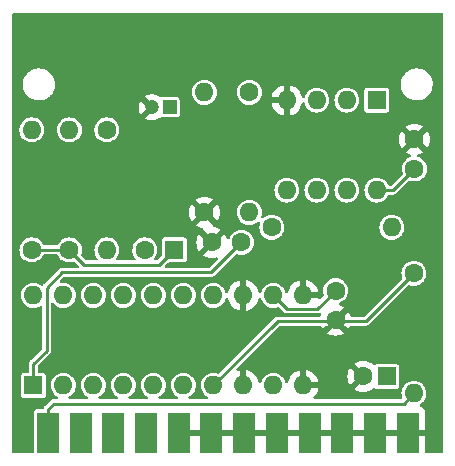
<source format=gbr>
%TF.GenerationSoftware,KiCad,Pcbnew,(6.0.0)*%
%TF.CreationDate,2022-03-19T09:51:22+00:00*%
%TF.ProjectId,open-amiga-samplerV1,6f70656e-2d61-46d6-9967-612d73616d70,rev?*%
%TF.SameCoordinates,Original*%
%TF.FileFunction,Copper,L2,Bot*%
%TF.FilePolarity,Positive*%
%FSLAX46Y46*%
G04 Gerber Fmt 4.6, Leading zero omitted, Abs format (unit mm)*
G04 Created by KiCad (PCBNEW (6.0.0)) date 2022-03-19 09:51:22*
%MOMM*%
%LPD*%
G01*
G04 APERTURE LIST*
%TA.AperFunction,ComponentPad*%
%ADD10C,1.600000*%
%TD*%
%TA.AperFunction,ComponentPad*%
%ADD11O,1.600000X1.600000*%
%TD*%
%TA.AperFunction,ComponentPad*%
%ADD12R,1.600000X1.600000*%
%TD*%
%TA.AperFunction,SMDPad,CuDef*%
%ADD13R,1.846667X3.480000*%
%TD*%
%TA.AperFunction,ComponentPad*%
%ADD14R,1.200000X1.200000*%
%TD*%
%TA.AperFunction,ComponentPad*%
%ADD15C,1.200000*%
%TD*%
%TA.AperFunction,ViaPad*%
%ADD16C,0.800000*%
%TD*%
%TA.AperFunction,Conductor*%
%ADD17C,0.250000*%
%TD*%
G04 APERTURE END LIST*
D10*
%TO.P,R7,1*%
%TO.N,Net-(U1-Pad1)*%
X73025000Y-41910000D03*
D11*
%TO.P,R7,2*%
%TO.N,Vo*%
X83185000Y-41910000D03*
%TD*%
D10*
%TO.P,C6,1*%
%TO.N,Net-(U1-Pad1)*%
X70445000Y-43180000D03*
%TO.P,C6,2*%
%TO.N,GND*%
X67945000Y-43180000D03*
%TD*%
%TO.P,C5,1*%
%TO.N,VCC*%
X85090000Y-36961000D03*
%TO.P,C5,2*%
%TO.N,GND*%
X85090000Y-34461000D03*
%TD*%
%TO.P,C3,1*%
%TO.N,VCC*%
X78421000Y-47264000D03*
%TO.P,C3,2*%
%TO.N,GND*%
X78421000Y-49764000D03*
%TD*%
D12*
%TO.P,C1,1*%
%TO.N,MONO_AUDIO*%
X64770000Y-43815000D03*
D10*
%TO.P,C1,2*%
%TO.N,Net-(C1-Pad2)*%
X62270000Y-43815000D03*
%TD*%
D13*
%TO.P,J3,14,P14*%
%TO.N,VCC*%
X54065000Y-59305000D03*
%TO.P,J3,15,P15*%
%TO.N,unconnected-(J3-Pad15)*%
X56835000Y-59305000D03*
%TO.P,J3,16,P16*%
%TO.N,unconnected-(J3-Pad16)*%
X59605000Y-59305000D03*
%TO.P,J3,17,P17*%
%TO.N,unconnected-(J3-Pad17)*%
X62375000Y-59305000D03*
%TO.P,J3,18,P18*%
%TO.N,GND*%
X65145000Y-59305000D03*
%TO.P,J3,19,P19*%
X67915000Y-59305000D03*
%TO.P,J3,20,P20*%
X70685000Y-59305000D03*
%TO.P,J3,21,P21*%
X73455000Y-59305000D03*
%TO.P,J3,22,P22*%
X76225000Y-59305000D03*
%TO.P,J3,23,P23*%
X78995000Y-59305000D03*
%TO.P,J3,24,P24*%
X81765000Y-59305000D03*
%TO.P,J3,25,P25*%
X84535000Y-59305000D03*
%TD*%
D12*
%TO.P,U1,1,VIN*%
%TO.N,Net-(U1-Pad1)*%
X52829499Y-55290499D03*
D11*
%TO.P,U1,2,DB0*%
%TO.N,D0*%
X55369499Y-55290499D03*
%TO.P,U1,3,DB1*%
%TO.N,D1*%
X57909499Y-55290499D03*
%TO.P,U1,4,DB2*%
%TO.N,D2*%
X60449499Y-55290499D03*
%TO.P,U1,5,DB3*%
%TO.N,D3*%
X62989499Y-55290499D03*
%TO.P,U1,6,~{WR!/RDY}*%
%TO.N,STROBE*%
X65529499Y-55290499D03*
%TO.P,U1,7,MODE*%
%TO.N,Net-(R3-Pad1)*%
X68069499Y-55290499D03*
%TO.P,U1,8,~{RD}*%
%TO.N,GND*%
X70609499Y-55290499D03*
%TO.P,U1,9,~{INT}*%
%TO.N,unconnected-(U1-Pad9)*%
X73149499Y-55290499D03*
%TO.P,U1,10,GND*%
%TO.N,GND*%
X75689499Y-55290499D03*
%TO.P,U1,11,VREF(-)*%
X75689499Y-47670499D03*
%TO.P,U1,12,VREF(+)*%
%TO.N,VCC*%
X73149499Y-47670499D03*
%TO.P,U1,13,~{CS}*%
%TO.N,GND*%
X70609499Y-47670499D03*
%TO.P,U1,14,DB4*%
%TO.N,D4*%
X68069499Y-47670499D03*
%TO.P,U1,15,DB5*%
%TO.N,D5*%
X65529499Y-47670499D03*
%TO.P,U1,16,DB6*%
%TO.N,D6*%
X62989499Y-47670499D03*
%TO.P,U1,17,DB7*%
%TO.N,D7*%
X60449499Y-47670499D03*
%TO.P,U1,18,~{OFL}*%
%TO.N,unconnected-(U1-Pad18)*%
X57909499Y-47670499D03*
%TO.P,U1,19*%
%TO.N,N/C*%
X55369499Y-47670499D03*
%TO.P,U1,20,VCC*%
%TO.N,VCC*%
X52829499Y-47670499D03*
%TD*%
%TO.P,R6,2*%
%TO.N,Net-(U2-Pad5)*%
X67310000Y-30480000D03*
D10*
%TO.P,R6,1*%
%TO.N,GND*%
X67310000Y-40640000D03*
%TD*%
%TO.P,R5,1*%
%TO.N,Net-(U2-Pad5)*%
X71120000Y-30480000D03*
D11*
%TO.P,R5,2*%
%TO.N,VCC*%
X71120000Y-40640000D03*
%TD*%
D12*
%TO.P,U2,1*%
%TO.N,Vo*%
X81915000Y-31137001D03*
D11*
%TO.P,U2,2,-*%
%TO.N,Net-(R4-Pad1)*%
X79375000Y-31137001D03*
%TO.P,U2,3,+*%
%TO.N,Net-(U2-Pad5)*%
X76835000Y-31137001D03*
%TO.P,U2,4,V-*%
%TO.N,GND*%
X74295000Y-31137001D03*
%TO.P,U2,5,+*%
%TO.N,Net-(U2-Pad5)*%
X74295000Y-38757001D03*
%TO.P,U2,6,-*%
%TO.N,Net-(U2-Pad6)*%
X76835000Y-38757001D03*
%TO.P,U2,7*%
X79375000Y-38757001D03*
%TO.P,U2,8,V+*%
%TO.N,VCC*%
X81915000Y-38757001D03*
%TD*%
%TO.P,R2,2*%
%TO.N,Net-(J2-Pad1)*%
X55880000Y-33655000D03*
D10*
%TO.P,R2,1*%
%TO.N,MONO_AUDIO*%
X55880000Y-43815000D03*
%TD*%
%TO.P,R1,1*%
%TO.N,MONO_AUDIO*%
X52705000Y-43815000D03*
D11*
%TO.P,R1,2*%
%TO.N,Net-(J1-Pad1)*%
X52705000Y-33655000D03*
%TD*%
%TO.P,R4,2*%
%TO.N,Net-(C1-Pad2)*%
X59055000Y-43815000D03*
D10*
%TO.P,R4,1*%
%TO.N,Net-(R4-Pad1)*%
X59055000Y-33655000D03*
%TD*%
%TO.P,R3,1*%
%TO.N,Net-(R3-Pad1)*%
X85050000Y-45805000D03*
D11*
%TO.P,R3,2*%
%TO.N,VCC*%
X85050000Y-55965000D03*
%TD*%
D12*
%TO.P,C4,1*%
%TO.N,VCC*%
X82739000Y-54528499D03*
D10*
%TO.P,C4,2*%
%TO.N,GND*%
X80739000Y-54528499D03*
%TD*%
D14*
%TO.P,C2,1*%
%TO.N,Net-(U2-Pad5)*%
X64365000Y-31750000D03*
D15*
%TO.P,C2,2*%
%TO.N,GND*%
X62865000Y-31750000D03*
%TD*%
D16*
%TO.N,GND*%
X73239884Y-51903054D03*
X68088600Y-51514401D03*
X86550000Y-56305000D03*
X86550000Y-32055000D03*
X86550000Y-33555000D03*
X86050000Y-42805000D03*
X52050000Y-45555000D03*
X55050000Y-28305000D03*
X86050000Y-47055000D03*
X86550000Y-54805000D03*
X83550000Y-28305000D03*
X52050000Y-31805000D03*
X86050000Y-44055000D03*
%TD*%
D17*
%TO.N,MONO_AUDIO*%
X57150000Y-45085000D02*
X63500000Y-45085000D01*
X63500000Y-45085000D02*
X64770000Y-43815000D01*
X55880000Y-43815000D02*
X57150000Y-45085000D01*
X52705000Y-43815000D02*
X55880000Y-43815000D01*
%TO.N,VCC*%
X83293999Y-38757001D02*
X85090000Y-36961000D01*
X81915000Y-38757001D02*
X83293999Y-38757001D01*
%TO.N,Net-(U1-Pad1)*%
X53954010Y-47010990D02*
X55245000Y-45720000D01*
X67905000Y-45720000D02*
X70445000Y-43180000D01*
X53954010Y-52339988D02*
X53954010Y-47010990D01*
X55245000Y-45720000D02*
X67905000Y-45720000D01*
X52829499Y-55290499D02*
X52829499Y-53464499D01*
X52829499Y-53464499D02*
X53954010Y-52339988D01*
%TO.N,GND*%
X76225000Y-59305000D02*
X78995000Y-59305000D01*
X70685000Y-59305000D02*
X73455000Y-59305000D01*
X73455000Y-59305000D02*
X76225000Y-59305000D01*
X67915000Y-59305000D02*
X70685000Y-59305000D01*
X78995000Y-59305000D02*
X81765000Y-59305000D01*
X65145000Y-58826664D02*
X65145000Y-59305000D01*
X65145000Y-59305000D02*
X67915000Y-59305000D01*
%TO.N,VCC*%
X85050000Y-55965000D02*
X84179000Y-56836000D01*
X54544000Y-56836000D02*
X78399499Y-56836000D01*
X54065000Y-57315000D02*
X54544000Y-56836000D01*
X74274500Y-48795500D02*
X76889500Y-48795500D01*
X84179000Y-56836000D02*
X78399499Y-56836000D01*
X73149499Y-47670499D02*
X74274500Y-48795500D01*
X76889500Y-48795500D02*
X78421000Y-47264000D01*
X54065000Y-59305000D02*
X54065000Y-57315000D01*
%TO.N,Net-(R3-Pad1)*%
X81004000Y-49851000D02*
X85050000Y-45805000D01*
X73508998Y-49851000D02*
X81004000Y-49851000D01*
X68069499Y-55290499D02*
X73508998Y-49851000D01*
%TD*%
%TA.AperFunction,Conductor*%
%TO.N,GND*%
G36*
X87488121Y-23769002D02*
G01*
X87534614Y-23822658D01*
X87546000Y-23875000D01*
X87546000Y-60925000D01*
X87525998Y-60993121D01*
X87472342Y-61039614D01*
X87420000Y-61051000D01*
X86092333Y-61051000D01*
X86024212Y-61030998D01*
X85977719Y-60977342D01*
X85966333Y-60925000D01*
X85966333Y-59577115D01*
X85961858Y-59561876D01*
X85960468Y-59560671D01*
X85952785Y-59559000D01*
X65017000Y-59559000D01*
X64948879Y-59538998D01*
X64902386Y-59485342D01*
X64891000Y-59433000D01*
X64891000Y-59177000D01*
X64911002Y-59108879D01*
X64964658Y-59062386D01*
X65017000Y-59051000D01*
X85948217Y-59051000D01*
X85963456Y-59046525D01*
X85964661Y-59045135D01*
X85966332Y-59037452D01*
X85966332Y-57520331D01*
X85965962Y-57513510D01*
X85960438Y-57462648D01*
X85956812Y-57447396D01*
X85911657Y-57326946D01*
X85903119Y-57311351D01*
X85826618Y-57209276D01*
X85814057Y-57196715D01*
X85711982Y-57120214D01*
X85696387Y-57111676D01*
X85633496Y-57088099D01*
X85576732Y-57045457D01*
X85552032Y-56978896D01*
X85567240Y-56909547D01*
X85610213Y-56863731D01*
X85612262Y-56862431D01*
X85617763Y-56859652D01*
X85780722Y-56732334D01*
X85784748Y-56727670D01*
X85784751Y-56727667D01*
X85911819Y-56580457D01*
X85911820Y-56580455D01*
X85915848Y-56575789D01*
X85975079Y-56471525D01*
X86014950Y-56401340D01*
X86014952Y-56401336D01*
X86017995Y-56395979D01*
X86067225Y-56247988D01*
X86081325Y-56205601D01*
X86081326Y-56205598D01*
X86083270Y-56199753D01*
X86109189Y-55994586D01*
X86109602Y-55965000D01*
X86089422Y-55759189D01*
X86029651Y-55561217D01*
X85958712Y-55427800D01*
X85935459Y-55384067D01*
X85935457Y-55384064D01*
X85932565Y-55378625D01*
X85928674Y-55373855D01*
X85928672Y-55373851D01*
X85805758Y-55223143D01*
X85805755Y-55223140D01*
X85801863Y-55218368D01*
X85794966Y-55212662D01*
X85647271Y-55090478D01*
X85647266Y-55090475D01*
X85642522Y-55086550D01*
X85637103Y-55083620D01*
X85637100Y-55083618D01*
X85466032Y-54991122D01*
X85466027Y-54991120D01*
X85460612Y-54988192D01*
X85263063Y-54927040D01*
X85256938Y-54926396D01*
X85256937Y-54926396D01*
X85063526Y-54906068D01*
X85063524Y-54906068D01*
X85057397Y-54905424D01*
X84931229Y-54916906D01*
X84857591Y-54923607D01*
X84857590Y-54923607D01*
X84851450Y-54924166D01*
X84653066Y-54982554D01*
X84647601Y-54985411D01*
X84475261Y-55075508D01*
X84475257Y-55075511D01*
X84469801Y-55078363D01*
X84308635Y-55207943D01*
X84175708Y-55366360D01*
X84076082Y-55547578D01*
X84013553Y-55744696D01*
X84012867Y-55750813D01*
X84012866Y-55750817D01*
X83991420Y-55942010D01*
X83990501Y-55950206D01*
X83991743Y-55965000D01*
X84006303Y-56138374D01*
X84007806Y-56156278D01*
X84009505Y-56162203D01*
X84047804Y-56295770D01*
X84047353Y-56366765D01*
X84008591Y-56426247D01*
X83943824Y-56455329D01*
X83926685Y-56456500D01*
X76677479Y-56456500D01*
X76609358Y-56436498D01*
X76562865Y-56382842D01*
X76552761Y-56312568D01*
X76582255Y-56247988D01*
X76588384Y-56241405D01*
X76691415Y-56138374D01*
X76698471Y-56129966D01*
X76823430Y-55951506D01*
X76828913Y-55942010D01*
X76920989Y-55744552D01*
X76924735Y-55734260D01*
X76956808Y-55614561D01*
X80017493Y-55614561D01*
X80026789Y-55626576D01*
X80077994Y-55662430D01*
X80087489Y-55667913D01*
X80284947Y-55759989D01*
X80295239Y-55763735D01*
X80505688Y-55820124D01*
X80516481Y-55822027D01*
X80733525Y-55841016D01*
X80744475Y-55841016D01*
X80961519Y-55822027D01*
X80972312Y-55820124D01*
X81182761Y-55763735D01*
X81193053Y-55759989D01*
X81390511Y-55667913D01*
X81400007Y-55662430D01*
X81578467Y-55537471D01*
X81586875Y-55530415D01*
X81593028Y-55524262D01*
X81655340Y-55490236D01*
X81726155Y-55495301D01*
X81754493Y-55513513D01*
X81755516Y-55511983D01*
X81821055Y-55555775D01*
X81839699Y-55568233D01*
X81913933Y-55582999D01*
X82738866Y-55582999D01*
X83564066Y-55582998D01*
X83599818Y-55575887D01*
X83626126Y-55570655D01*
X83626128Y-55570654D01*
X83638301Y-55568233D01*
X83648621Y-55561338D01*
X83648622Y-55561337D01*
X83712168Y-55518876D01*
X83722484Y-55511983D01*
X83778734Y-55427800D01*
X83793500Y-55353566D01*
X83793499Y-53703433D01*
X83778734Y-53629198D01*
X83763075Y-53605762D01*
X83729377Y-53555331D01*
X83722484Y-53545015D01*
X83638301Y-53488765D01*
X83564067Y-53473999D01*
X82739134Y-53473999D01*
X81913934Y-53474000D01*
X81878182Y-53481111D01*
X81851874Y-53486343D01*
X81851872Y-53486344D01*
X81839699Y-53488765D01*
X81829379Y-53495660D01*
X81829378Y-53495661D01*
X81755516Y-53545015D01*
X81753702Y-53542301D01*
X81708906Y-53566762D01*
X81638091Y-53561697D01*
X81593028Y-53532736D01*
X81586875Y-53526583D01*
X81578467Y-53519527D01*
X81400007Y-53394568D01*
X81390511Y-53389085D01*
X81193053Y-53297009D01*
X81182761Y-53293263D01*
X80972312Y-53236874D01*
X80961519Y-53234971D01*
X80744475Y-53215982D01*
X80733525Y-53215982D01*
X80516481Y-53234971D01*
X80505688Y-53236874D01*
X80295239Y-53293263D01*
X80284947Y-53297009D01*
X80087489Y-53389085D01*
X80077994Y-53394568D01*
X80025952Y-53431008D01*
X80017576Y-53441487D01*
X80024644Y-53454933D01*
X81009115Y-54439404D01*
X81043141Y-54501716D01*
X81038076Y-54572531D01*
X81009115Y-54617594D01*
X80023923Y-55602786D01*
X80017493Y-55614561D01*
X76956808Y-55614561D01*
X76970893Y-55561996D01*
X76970557Y-55547900D01*
X76962615Y-55544499D01*
X75561499Y-55544499D01*
X75493378Y-55524497D01*
X75446885Y-55470841D01*
X75435499Y-55418499D01*
X75435499Y-55018384D01*
X75943499Y-55018384D01*
X75947974Y-55033623D01*
X75949364Y-55034828D01*
X75957047Y-55036499D01*
X76957466Y-55036499D01*
X76970997Y-55032526D01*
X76972226Y-55023977D01*
X76924735Y-54846738D01*
X76920989Y-54836446D01*
X76828913Y-54638988D01*
X76823430Y-54629492D01*
X76756548Y-54533974D01*
X79426483Y-54533974D01*
X79445472Y-54751018D01*
X79447375Y-54761811D01*
X79503764Y-54972260D01*
X79507510Y-54982552D01*
X79599586Y-55180010D01*
X79605069Y-55189505D01*
X79641509Y-55241547D01*
X79651988Y-55249923D01*
X79665434Y-55242855D01*
X80366978Y-54541311D01*
X80374592Y-54527367D01*
X80374461Y-54525534D01*
X80370210Y-54518919D01*
X79664713Y-53813422D01*
X79652938Y-53806992D01*
X79640923Y-53816288D01*
X79605069Y-53867493D01*
X79599586Y-53876988D01*
X79507510Y-54074446D01*
X79503764Y-54084738D01*
X79447375Y-54295187D01*
X79445472Y-54305980D01*
X79426483Y-54523024D01*
X79426483Y-54533974D01*
X76756548Y-54533974D01*
X76698471Y-54451032D01*
X76691415Y-54442624D01*
X76537374Y-54288583D01*
X76528966Y-54281527D01*
X76350506Y-54156568D01*
X76341010Y-54151085D01*
X76143552Y-54059009D01*
X76133260Y-54055263D01*
X75960996Y-54009105D01*
X75946900Y-54009441D01*
X75943499Y-54017383D01*
X75943499Y-55018384D01*
X75435499Y-55018384D01*
X75435499Y-54022532D01*
X75431526Y-54009001D01*
X75422977Y-54007772D01*
X75245738Y-54055263D01*
X75235446Y-54059009D01*
X75037988Y-54151085D01*
X75028492Y-54156568D01*
X74850032Y-54281527D01*
X74841624Y-54288583D01*
X74687583Y-54442624D01*
X74680527Y-54451032D01*
X74555568Y-54629492D01*
X74550085Y-54638988D01*
X74458009Y-54836446D01*
X74454264Y-54846735D01*
X74410203Y-55011172D01*
X74373251Y-55071794D01*
X74309390Y-55102816D01*
X74238896Y-55094387D01*
X74184149Y-55049184D01*
X74167874Y-55014978D01*
X74166432Y-55010199D01*
X74129150Y-54886716D01*
X74032064Y-54704124D01*
X74028173Y-54699354D01*
X74028171Y-54699350D01*
X73905257Y-54548642D01*
X73905254Y-54548639D01*
X73901362Y-54543867D01*
X73894465Y-54538161D01*
X73746770Y-54415977D01*
X73746765Y-54415974D01*
X73742021Y-54412049D01*
X73736602Y-54409119D01*
X73736599Y-54409117D01*
X73565531Y-54316621D01*
X73565526Y-54316619D01*
X73560111Y-54313691D01*
X73362562Y-54252539D01*
X73356437Y-54251895D01*
X73356436Y-54251895D01*
X73163025Y-54231567D01*
X73163023Y-54231567D01*
X73156896Y-54230923D01*
X73030728Y-54242405D01*
X72957090Y-54249106D01*
X72957089Y-54249106D01*
X72950949Y-54249665D01*
X72752565Y-54308053D01*
X72747100Y-54310910D01*
X72574760Y-54401007D01*
X72574756Y-54401010D01*
X72569300Y-54403862D01*
X72408134Y-54533442D01*
X72275207Y-54691859D01*
X72175581Y-54873077D01*
X72173718Y-54878950D01*
X72130343Y-55015686D01*
X72090680Y-55074571D01*
X72025478Y-55102663D01*
X71955438Y-55091046D01*
X71902798Y-55043406D01*
X71888534Y-55010199D01*
X71844735Y-54846738D01*
X71840989Y-54836446D01*
X71748913Y-54638988D01*
X71743430Y-54629492D01*
X71618471Y-54451032D01*
X71611415Y-54442624D01*
X71457374Y-54288583D01*
X71448966Y-54281527D01*
X71270506Y-54156568D01*
X71261010Y-54151085D01*
X71063552Y-54059009D01*
X71053260Y-54055263D01*
X70880996Y-54009105D01*
X70866900Y-54009441D01*
X70863499Y-54017383D01*
X70863499Y-55418499D01*
X70843497Y-55486620D01*
X70789841Y-55533113D01*
X70737499Y-55544499D01*
X70481499Y-55544499D01*
X70413378Y-55524497D01*
X70366885Y-55470841D01*
X70355499Y-55418499D01*
X70355499Y-54022532D01*
X70351526Y-54009001D01*
X70342977Y-54007772D01*
X70176938Y-54052262D01*
X70105962Y-54050572D01*
X70047166Y-54010778D01*
X70019218Y-53945513D01*
X70030992Y-53875500D01*
X70055232Y-53841460D01*
X73629287Y-50267405D01*
X73691599Y-50233379D01*
X73718382Y-50230500D01*
X77115043Y-50230500D01*
X77183164Y-50250502D01*
X77229238Y-50303250D01*
X77281586Y-50415511D01*
X77287069Y-50425006D01*
X77323509Y-50477048D01*
X77333988Y-50485424D01*
X77347434Y-50478356D01*
X77558385Y-50267405D01*
X77620697Y-50233379D01*
X77647480Y-50230500D01*
X78009520Y-50230500D01*
X78077641Y-50250502D01*
X78124134Y-50304158D01*
X78134238Y-50374432D01*
X78104744Y-50439012D01*
X78098615Y-50445595D01*
X77705923Y-50838287D01*
X77699493Y-50850062D01*
X77708789Y-50862077D01*
X77759994Y-50897931D01*
X77769489Y-50903414D01*
X77966947Y-50995490D01*
X77977239Y-50999236D01*
X78187688Y-51055625D01*
X78198481Y-51057528D01*
X78415525Y-51076517D01*
X78426475Y-51076517D01*
X78643519Y-51057528D01*
X78654312Y-51055625D01*
X78864761Y-50999236D01*
X78875053Y-50995490D01*
X79072511Y-50903414D01*
X79082006Y-50897931D01*
X79134048Y-50861491D01*
X79142424Y-50851012D01*
X79135356Y-50837566D01*
X78743385Y-50445595D01*
X78709359Y-50383283D01*
X78714424Y-50312468D01*
X78756971Y-50255632D01*
X78823491Y-50230821D01*
X78832480Y-50230500D01*
X79194520Y-50230500D01*
X79262641Y-50250502D01*
X79283615Y-50267405D01*
X79495287Y-50479077D01*
X79507062Y-50485507D01*
X79519077Y-50476211D01*
X79554931Y-50425006D01*
X79560414Y-50415511D01*
X79612762Y-50303250D01*
X79659680Y-50249965D01*
X79726957Y-50230500D01*
X80950080Y-50230500D01*
X80974028Y-50233049D01*
X80975693Y-50233128D01*
X80985876Y-50235320D01*
X80996217Y-50234096D01*
X81019223Y-50231373D01*
X81025154Y-50231023D01*
X81025146Y-50230928D01*
X81030324Y-50230500D01*
X81035524Y-50230500D01*
X81040653Y-50229646D01*
X81040656Y-50229646D01*
X81054565Y-50227331D01*
X81060443Y-50226494D01*
X81101001Y-50221694D01*
X81101002Y-50221694D01*
X81111341Y-50220470D01*
X81119593Y-50216507D01*
X81128626Y-50215004D01*
X81137795Y-50210057D01*
X81137797Y-50210056D01*
X81173732Y-50190666D01*
X81179025Y-50187969D01*
X81218082Y-50169215D01*
X81218086Y-50169212D01*
X81225232Y-50165781D01*
X81229508Y-50162186D01*
X81231431Y-50160263D01*
X81233363Y-50158491D01*
X81233442Y-50158448D01*
X81233555Y-50158572D01*
X81234095Y-50158096D01*
X81239814Y-50155010D01*
X81276417Y-50115413D01*
X81279846Y-50111848D01*
X84563587Y-46828107D01*
X84625899Y-46794081D01*
X84691618Y-46797369D01*
X84822466Y-46839884D01*
X85027809Y-46864370D01*
X85033944Y-46863898D01*
X85033946Y-46863898D01*
X85227856Y-46848977D01*
X85227860Y-46848976D01*
X85233998Y-46848504D01*
X85433178Y-46792892D01*
X85438682Y-46790112D01*
X85438684Y-46790111D01*
X85612262Y-46702431D01*
X85612264Y-46702430D01*
X85617763Y-46699652D01*
X85780722Y-46572334D01*
X85784748Y-46567670D01*
X85784751Y-46567667D01*
X85911819Y-46420457D01*
X85911820Y-46420455D01*
X85915848Y-46415789D01*
X86017995Y-46235979D01*
X86064728Y-46095494D01*
X86081325Y-46045601D01*
X86081326Y-46045598D01*
X86083270Y-46039753D01*
X86109189Y-45834586D01*
X86109602Y-45805000D01*
X86089422Y-45599189D01*
X86029651Y-45401217D01*
X85977744Y-45303595D01*
X85935459Y-45224067D01*
X85935457Y-45224064D01*
X85932565Y-45218625D01*
X85928674Y-45213855D01*
X85928672Y-45213851D01*
X85805758Y-45063143D01*
X85805755Y-45063140D01*
X85801863Y-45058368D01*
X85794966Y-45052662D01*
X85647271Y-44930478D01*
X85647266Y-44930475D01*
X85642522Y-44926550D01*
X85637103Y-44923620D01*
X85637100Y-44923618D01*
X85466032Y-44831122D01*
X85466027Y-44831120D01*
X85460612Y-44828192D01*
X85263063Y-44767040D01*
X85256938Y-44766396D01*
X85256937Y-44766396D01*
X85063526Y-44746068D01*
X85063524Y-44746068D01*
X85057397Y-44745424D01*
X84931229Y-44756906D01*
X84857591Y-44763607D01*
X84857590Y-44763607D01*
X84851450Y-44764166D01*
X84653066Y-44822554D01*
X84647601Y-44825411D01*
X84475261Y-44915508D01*
X84475257Y-44915511D01*
X84469801Y-44918363D01*
X84308635Y-45047943D01*
X84175708Y-45206360D01*
X84076082Y-45387578D01*
X84013553Y-45584696D01*
X83990501Y-45790206D01*
X83991743Y-45805000D01*
X84006659Y-45982615D01*
X84007806Y-45996278D01*
X84009505Y-46002203D01*
X84057371Y-46169134D01*
X84056920Y-46240129D01*
X84025347Y-46292959D01*
X80883711Y-49434595D01*
X80821399Y-49468621D01*
X80794616Y-49471500D01*
X79793450Y-49471500D01*
X79725329Y-49451498D01*
X79678836Y-49397842D01*
X79671744Y-49378112D01*
X79656239Y-49320247D01*
X79652490Y-49309947D01*
X79560414Y-49112489D01*
X79554931Y-49102994D01*
X79518491Y-49050952D01*
X79508012Y-49042576D01*
X79494566Y-49049644D01*
X79109615Y-49434595D01*
X79047303Y-49468621D01*
X79020520Y-49471500D01*
X78658480Y-49471500D01*
X78590359Y-49451498D01*
X78543866Y-49397842D01*
X78533762Y-49327568D01*
X78563256Y-49262988D01*
X78569385Y-49256405D01*
X79136077Y-48689713D01*
X79142507Y-48677938D01*
X79133211Y-48665923D01*
X79082006Y-48630069D01*
X79072511Y-48624586D01*
X78875053Y-48532510D01*
X78864761Y-48528764D01*
X78772709Y-48504099D01*
X78712086Y-48467147D01*
X78681065Y-48403287D01*
X78689493Y-48332792D01*
X78734696Y-48278045D01*
X78771435Y-48261034D01*
X78798237Y-48253551D01*
X78798239Y-48253550D01*
X78804178Y-48251892D01*
X78809682Y-48249112D01*
X78809684Y-48249111D01*
X78983262Y-48161431D01*
X78983264Y-48161430D01*
X78988763Y-48158652D01*
X79151722Y-48031334D01*
X79155748Y-48026670D01*
X79155751Y-48026667D01*
X79282819Y-47879457D01*
X79282820Y-47879455D01*
X79286848Y-47874789D01*
X79388995Y-47694979D01*
X79454270Y-47498753D01*
X79480189Y-47293586D01*
X79480602Y-47264000D01*
X79460422Y-47058189D01*
X79400651Y-46860217D01*
X79315277Y-46699652D01*
X79306459Y-46683067D01*
X79306457Y-46683064D01*
X79303565Y-46677625D01*
X79299674Y-46672855D01*
X79299672Y-46672851D01*
X79176758Y-46522143D01*
X79176755Y-46522140D01*
X79172863Y-46517368D01*
X79165966Y-46511662D01*
X79018271Y-46389478D01*
X79018266Y-46389475D01*
X79013522Y-46385550D01*
X79008103Y-46382620D01*
X79008100Y-46382618D01*
X78837032Y-46290122D01*
X78837027Y-46290120D01*
X78831612Y-46287192D01*
X78634063Y-46226040D01*
X78627938Y-46225396D01*
X78627937Y-46225396D01*
X78434526Y-46205068D01*
X78434524Y-46205068D01*
X78428397Y-46204424D01*
X78302229Y-46215906D01*
X78228591Y-46222607D01*
X78228590Y-46222607D01*
X78222450Y-46223166D01*
X78024066Y-46281554D01*
X78018601Y-46284411D01*
X77846261Y-46374508D01*
X77846257Y-46374511D01*
X77840801Y-46377363D01*
X77679635Y-46506943D01*
X77546708Y-46665360D01*
X77447082Y-46846578D01*
X77384553Y-47043696D01*
X77383867Y-47049813D01*
X77383866Y-47049817D01*
X77364021Y-47226738D01*
X77361501Y-47249206D01*
X77363038Y-47267505D01*
X77376130Y-47423406D01*
X77378806Y-47455278D01*
X77380505Y-47461203D01*
X77428371Y-47628134D01*
X77427920Y-47699129D01*
X77396347Y-47751959D01*
X77180004Y-47968302D01*
X77117692Y-48002328D01*
X77046877Y-47997263D01*
X76986561Y-47949830D01*
X76972193Y-47928600D01*
X76962615Y-47924499D01*
X75561499Y-47924499D01*
X75493378Y-47904497D01*
X75446885Y-47850841D01*
X75435499Y-47798499D01*
X75435499Y-47398384D01*
X75943499Y-47398384D01*
X75947974Y-47413623D01*
X75949364Y-47414828D01*
X75957047Y-47416499D01*
X76957466Y-47416499D01*
X76970997Y-47412526D01*
X76972226Y-47403977D01*
X76924735Y-47226738D01*
X76920989Y-47216446D01*
X76828913Y-47018988D01*
X76823430Y-47009492D01*
X76698471Y-46831032D01*
X76691415Y-46822624D01*
X76537374Y-46668583D01*
X76528966Y-46661527D01*
X76350506Y-46536568D01*
X76341010Y-46531085D01*
X76143552Y-46439009D01*
X76133260Y-46435263D01*
X75960996Y-46389105D01*
X75946900Y-46389441D01*
X75943499Y-46397383D01*
X75943499Y-47398384D01*
X75435499Y-47398384D01*
X75435499Y-46402532D01*
X75431526Y-46389001D01*
X75422977Y-46387772D01*
X75245738Y-46435263D01*
X75235446Y-46439009D01*
X75037988Y-46531085D01*
X75028492Y-46536568D01*
X74850032Y-46661527D01*
X74841624Y-46668583D01*
X74687583Y-46822624D01*
X74680527Y-46831032D01*
X74555568Y-47009492D01*
X74550085Y-47018988D01*
X74458009Y-47216446D01*
X74454264Y-47226735D01*
X74410203Y-47391172D01*
X74373251Y-47451794D01*
X74309390Y-47482816D01*
X74238896Y-47474387D01*
X74184149Y-47429184D01*
X74167874Y-47394978D01*
X74166432Y-47390199D01*
X74129150Y-47266716D01*
X74032064Y-47084124D01*
X74028173Y-47079354D01*
X74028171Y-47079350D01*
X73905257Y-46928642D01*
X73905254Y-46928639D01*
X73901362Y-46923867D01*
X73894465Y-46918161D01*
X73746770Y-46795977D01*
X73746765Y-46795974D01*
X73742021Y-46792049D01*
X73736602Y-46789119D01*
X73736599Y-46789117D01*
X73565531Y-46696621D01*
X73565526Y-46696619D01*
X73560111Y-46693691D01*
X73362562Y-46632539D01*
X73356437Y-46631895D01*
X73356436Y-46631895D01*
X73163025Y-46611567D01*
X73163023Y-46611567D01*
X73156896Y-46610923D01*
X73030728Y-46622405D01*
X72957090Y-46629106D01*
X72957089Y-46629106D01*
X72950949Y-46629665D01*
X72752565Y-46688053D01*
X72747100Y-46690910D01*
X72574760Y-46781007D01*
X72574756Y-46781010D01*
X72569300Y-46783862D01*
X72408134Y-46913442D01*
X72275207Y-47071859D01*
X72175581Y-47253077D01*
X72172981Y-47261274D01*
X72130343Y-47395686D01*
X72090680Y-47454571D01*
X72025478Y-47482663D01*
X71955438Y-47471046D01*
X71902798Y-47423406D01*
X71888534Y-47390199D01*
X71844735Y-47226738D01*
X71840989Y-47216446D01*
X71748913Y-47018988D01*
X71743430Y-47009492D01*
X71618471Y-46831032D01*
X71611415Y-46822624D01*
X71457374Y-46668583D01*
X71448966Y-46661527D01*
X71270506Y-46536568D01*
X71261010Y-46531085D01*
X71063552Y-46439009D01*
X71053260Y-46435263D01*
X70880996Y-46389105D01*
X70866900Y-46389441D01*
X70863499Y-46397383D01*
X70863499Y-48938466D01*
X70867472Y-48951997D01*
X70876021Y-48953226D01*
X71053260Y-48905735D01*
X71063552Y-48901989D01*
X71261010Y-48809913D01*
X71270506Y-48804430D01*
X71448966Y-48679471D01*
X71457374Y-48672415D01*
X71611415Y-48518374D01*
X71618471Y-48509966D01*
X71743430Y-48331506D01*
X71748913Y-48322010D01*
X71840989Y-48124552D01*
X71844735Y-48114260D01*
X71888951Y-47949242D01*
X71925903Y-47888619D01*
X71989763Y-47857598D01*
X72060258Y-47866026D01*
X72115005Y-47911229D01*
X72131777Y-47947123D01*
X72133214Y-47952133D01*
X72164306Y-48060565D01*
X72167124Y-48066047D01*
X72167125Y-48066051D01*
X72256013Y-48239008D01*
X72256016Y-48239012D01*
X72258833Y-48244494D01*
X72387285Y-48406560D01*
X72391978Y-48410554D01*
X72391979Y-48410555D01*
X72500849Y-48503210D01*
X72544770Y-48540590D01*
X72725288Y-48641479D01*
X72921965Y-48705383D01*
X73127308Y-48729869D01*
X73133443Y-48729397D01*
X73133445Y-48729397D01*
X73327355Y-48714476D01*
X73327359Y-48714475D01*
X73333497Y-48714003D01*
X73514937Y-48663344D01*
X73585926Y-48664291D01*
X73637914Y-48695608D01*
X73968022Y-49025716D01*
X73983164Y-49044464D01*
X73984279Y-49045689D01*
X73989929Y-49054440D01*
X73998107Y-49060887D01*
X73998109Y-49060889D01*
X74016300Y-49075229D01*
X74020741Y-49079175D01*
X74020803Y-49079102D01*
X74024767Y-49082461D01*
X74028444Y-49086138D01*
X74044192Y-49097392D01*
X74048862Y-49100898D01*
X74089147Y-49132656D01*
X74097781Y-49135688D01*
X74105234Y-49141014D01*
X74154350Y-49155703D01*
X74159992Y-49157536D01*
X74200699Y-49171831D01*
X74208351Y-49174518D01*
X74213916Y-49175000D01*
X74216624Y-49175000D01*
X74219258Y-49175114D01*
X74219356Y-49175143D01*
X74219349Y-49175307D01*
X74220053Y-49175351D01*
X74226278Y-49177213D01*
X74280135Y-49175097D01*
X74285082Y-49175000D01*
X76835580Y-49175000D01*
X76859528Y-49177549D01*
X76861193Y-49177628D01*
X76871376Y-49179820D01*
X76881717Y-49178596D01*
X76904723Y-49175873D01*
X76910654Y-49175523D01*
X76910646Y-49175428D01*
X76915824Y-49175000D01*
X76921024Y-49175000D01*
X76926153Y-49174146D01*
X76926156Y-49174146D01*
X76940065Y-49171831D01*
X76945943Y-49170994D01*
X76986501Y-49166194D01*
X76986502Y-49166194D01*
X76996841Y-49164970D01*
X77005093Y-49161007D01*
X77014126Y-49159504D01*
X77023291Y-49154559D01*
X77028426Y-49152801D01*
X77099353Y-49149663D01*
X77160717Y-49185370D01*
X77193035Y-49248584D01*
X77187633Y-49315107D01*
X77185759Y-49320256D01*
X77170256Y-49378112D01*
X77133305Y-49438734D01*
X77069444Y-49469756D01*
X77048550Y-49471500D01*
X73562918Y-49471500D01*
X73538971Y-49468951D01*
X73537305Y-49468872D01*
X73527122Y-49466680D01*
X73516780Y-49467904D01*
X73516777Y-49467904D01*
X73493785Y-49470626D01*
X73487844Y-49470977D01*
X73487852Y-49471072D01*
X73482672Y-49471500D01*
X73477474Y-49471500D01*
X73472352Y-49472353D01*
X73472347Y-49472353D01*
X73458425Y-49474671D01*
X73452548Y-49475508D01*
X73446047Y-49476277D01*
X73411995Y-49480307D01*
X73411993Y-49480308D01*
X73401657Y-49481531D01*
X73393408Y-49485492D01*
X73384372Y-49486996D01*
X73375203Y-49491943D01*
X73375201Y-49491944D01*
X73339238Y-49511348D01*
X73333949Y-49514043D01*
X73294913Y-49532788D01*
X73287766Y-49536220D01*
X73283490Y-49539814D01*
X73281550Y-49541754D01*
X73279639Y-49543507D01*
X73279549Y-49543556D01*
X73279437Y-49543433D01*
X73278902Y-49543905D01*
X73273184Y-49546990D01*
X73266117Y-49554635D01*
X73236582Y-49586586D01*
X73233152Y-49590152D01*
X68556385Y-54266919D01*
X68494073Y-54300945D01*
X68430033Y-54298189D01*
X68282562Y-54252539D01*
X68276437Y-54251895D01*
X68276436Y-54251895D01*
X68083025Y-54231567D01*
X68083023Y-54231567D01*
X68076896Y-54230923D01*
X67950728Y-54242405D01*
X67877090Y-54249106D01*
X67877089Y-54249106D01*
X67870949Y-54249665D01*
X67672565Y-54308053D01*
X67667100Y-54310910D01*
X67494760Y-54401007D01*
X67494756Y-54401010D01*
X67489300Y-54403862D01*
X67328134Y-54533442D01*
X67195207Y-54691859D01*
X67095581Y-54873077D01*
X67033052Y-55070195D01*
X67032366Y-55076312D01*
X67032365Y-55076316D01*
X67016872Y-55214439D01*
X67010000Y-55275705D01*
X67011242Y-55290499D01*
X67026387Y-55470841D01*
X67027305Y-55481777D01*
X67084306Y-55680565D01*
X67087124Y-55686047D01*
X67087125Y-55686051D01*
X67176013Y-55859008D01*
X67176016Y-55859012D01*
X67178833Y-55864494D01*
X67307285Y-56026560D01*
X67311978Y-56030554D01*
X67311979Y-56030555D01*
X67452487Y-56150136D01*
X67464770Y-56160590D01*
X67535498Y-56200119D01*
X67571987Y-56220512D01*
X67621692Y-56271206D01*
X67636100Y-56340725D01*
X67610636Y-56406998D01*
X67553385Y-56448983D01*
X67510516Y-56456500D01*
X66088974Y-56456500D01*
X66020853Y-56436498D01*
X65974360Y-56382842D01*
X65964256Y-56312568D01*
X65993750Y-56247988D01*
X66032164Y-56218034D01*
X66091761Y-56187930D01*
X66091763Y-56187929D01*
X66097262Y-56185151D01*
X66260221Y-56057833D01*
X66264247Y-56053169D01*
X66264250Y-56053166D01*
X66391318Y-55905956D01*
X66391319Y-55905954D01*
X66395347Y-55901288D01*
X66480827Y-55750817D01*
X66494449Y-55726839D01*
X66494451Y-55726835D01*
X66497494Y-55721478D01*
X66550805Y-55561217D01*
X66560824Y-55531100D01*
X66560825Y-55531097D01*
X66562769Y-55525252D01*
X66588688Y-55320085D01*
X66589101Y-55290499D01*
X66568921Y-55084688D01*
X66509150Y-54886716D01*
X66412064Y-54704124D01*
X66408173Y-54699354D01*
X66408171Y-54699350D01*
X66285257Y-54548642D01*
X66285254Y-54548639D01*
X66281362Y-54543867D01*
X66274465Y-54538161D01*
X66126770Y-54415977D01*
X66126765Y-54415974D01*
X66122021Y-54412049D01*
X66116602Y-54409119D01*
X66116599Y-54409117D01*
X65945531Y-54316621D01*
X65945526Y-54316619D01*
X65940111Y-54313691D01*
X65742562Y-54252539D01*
X65736437Y-54251895D01*
X65736436Y-54251895D01*
X65543025Y-54231567D01*
X65543023Y-54231567D01*
X65536896Y-54230923D01*
X65410728Y-54242405D01*
X65337090Y-54249106D01*
X65337089Y-54249106D01*
X65330949Y-54249665D01*
X65132565Y-54308053D01*
X65127100Y-54310910D01*
X64954760Y-54401007D01*
X64954756Y-54401010D01*
X64949300Y-54403862D01*
X64788134Y-54533442D01*
X64655207Y-54691859D01*
X64555581Y-54873077D01*
X64493052Y-55070195D01*
X64492366Y-55076312D01*
X64492365Y-55076316D01*
X64476872Y-55214439D01*
X64470000Y-55275705D01*
X64471242Y-55290499D01*
X64486387Y-55470841D01*
X64487305Y-55481777D01*
X64544306Y-55680565D01*
X64547124Y-55686047D01*
X64547125Y-55686051D01*
X64636013Y-55859008D01*
X64636016Y-55859012D01*
X64638833Y-55864494D01*
X64767285Y-56026560D01*
X64771978Y-56030554D01*
X64771979Y-56030555D01*
X64912487Y-56150136D01*
X64924770Y-56160590D01*
X64995498Y-56200119D01*
X65031987Y-56220512D01*
X65081692Y-56271206D01*
X65096100Y-56340725D01*
X65070636Y-56406998D01*
X65013385Y-56448983D01*
X64970516Y-56456500D01*
X63548974Y-56456500D01*
X63480853Y-56436498D01*
X63434360Y-56382842D01*
X63424256Y-56312568D01*
X63453750Y-56247988D01*
X63492164Y-56218034D01*
X63551761Y-56187930D01*
X63551763Y-56187929D01*
X63557262Y-56185151D01*
X63720221Y-56057833D01*
X63724247Y-56053169D01*
X63724250Y-56053166D01*
X63851318Y-55905956D01*
X63851319Y-55905954D01*
X63855347Y-55901288D01*
X63940827Y-55750817D01*
X63954449Y-55726839D01*
X63954451Y-55726835D01*
X63957494Y-55721478D01*
X64010805Y-55561217D01*
X64020824Y-55531100D01*
X64020825Y-55531097D01*
X64022769Y-55525252D01*
X64048688Y-55320085D01*
X64049101Y-55290499D01*
X64028921Y-55084688D01*
X63969150Y-54886716D01*
X63872064Y-54704124D01*
X63868173Y-54699354D01*
X63868171Y-54699350D01*
X63745257Y-54548642D01*
X63745254Y-54548639D01*
X63741362Y-54543867D01*
X63734465Y-54538161D01*
X63586770Y-54415977D01*
X63586765Y-54415974D01*
X63582021Y-54412049D01*
X63576602Y-54409119D01*
X63576599Y-54409117D01*
X63405531Y-54316621D01*
X63405526Y-54316619D01*
X63400111Y-54313691D01*
X63202562Y-54252539D01*
X63196437Y-54251895D01*
X63196436Y-54251895D01*
X63003025Y-54231567D01*
X63003023Y-54231567D01*
X62996896Y-54230923D01*
X62870728Y-54242405D01*
X62797090Y-54249106D01*
X62797089Y-54249106D01*
X62790949Y-54249665D01*
X62592565Y-54308053D01*
X62587100Y-54310910D01*
X62414760Y-54401007D01*
X62414756Y-54401010D01*
X62409300Y-54403862D01*
X62248134Y-54533442D01*
X62115207Y-54691859D01*
X62015581Y-54873077D01*
X61953052Y-55070195D01*
X61952366Y-55076312D01*
X61952365Y-55076316D01*
X61936872Y-55214439D01*
X61930000Y-55275705D01*
X61931242Y-55290499D01*
X61946387Y-55470841D01*
X61947305Y-55481777D01*
X62004306Y-55680565D01*
X62007124Y-55686047D01*
X62007125Y-55686051D01*
X62096013Y-55859008D01*
X62096016Y-55859012D01*
X62098833Y-55864494D01*
X62227285Y-56026560D01*
X62231978Y-56030554D01*
X62231979Y-56030555D01*
X62372487Y-56150136D01*
X62384770Y-56160590D01*
X62455498Y-56200119D01*
X62491987Y-56220512D01*
X62541692Y-56271206D01*
X62556100Y-56340725D01*
X62530636Y-56406998D01*
X62473385Y-56448983D01*
X62430516Y-56456500D01*
X61008974Y-56456500D01*
X60940853Y-56436498D01*
X60894360Y-56382842D01*
X60884256Y-56312568D01*
X60913750Y-56247988D01*
X60952164Y-56218034D01*
X61011761Y-56187930D01*
X61011763Y-56187929D01*
X61017262Y-56185151D01*
X61180221Y-56057833D01*
X61184247Y-56053169D01*
X61184250Y-56053166D01*
X61311318Y-55905956D01*
X61311319Y-55905954D01*
X61315347Y-55901288D01*
X61400827Y-55750817D01*
X61414449Y-55726839D01*
X61414451Y-55726835D01*
X61417494Y-55721478D01*
X61470805Y-55561217D01*
X61480824Y-55531100D01*
X61480825Y-55531097D01*
X61482769Y-55525252D01*
X61508688Y-55320085D01*
X61509101Y-55290499D01*
X61488921Y-55084688D01*
X61429150Y-54886716D01*
X61332064Y-54704124D01*
X61328173Y-54699354D01*
X61328171Y-54699350D01*
X61205257Y-54548642D01*
X61205254Y-54548639D01*
X61201362Y-54543867D01*
X61194465Y-54538161D01*
X61046770Y-54415977D01*
X61046765Y-54415974D01*
X61042021Y-54412049D01*
X61036602Y-54409119D01*
X61036599Y-54409117D01*
X60865531Y-54316621D01*
X60865526Y-54316619D01*
X60860111Y-54313691D01*
X60662562Y-54252539D01*
X60656437Y-54251895D01*
X60656436Y-54251895D01*
X60463025Y-54231567D01*
X60463023Y-54231567D01*
X60456896Y-54230923D01*
X60330728Y-54242405D01*
X60257090Y-54249106D01*
X60257089Y-54249106D01*
X60250949Y-54249665D01*
X60052565Y-54308053D01*
X60047100Y-54310910D01*
X59874760Y-54401007D01*
X59874756Y-54401010D01*
X59869300Y-54403862D01*
X59708134Y-54533442D01*
X59575207Y-54691859D01*
X59475581Y-54873077D01*
X59413052Y-55070195D01*
X59412366Y-55076312D01*
X59412365Y-55076316D01*
X59396872Y-55214439D01*
X59390000Y-55275705D01*
X59391242Y-55290499D01*
X59406387Y-55470841D01*
X59407305Y-55481777D01*
X59464306Y-55680565D01*
X59467124Y-55686047D01*
X59467125Y-55686051D01*
X59556013Y-55859008D01*
X59556016Y-55859012D01*
X59558833Y-55864494D01*
X59687285Y-56026560D01*
X59691978Y-56030554D01*
X59691979Y-56030555D01*
X59832487Y-56150136D01*
X59844770Y-56160590D01*
X59915498Y-56200119D01*
X59951987Y-56220512D01*
X60001692Y-56271206D01*
X60016100Y-56340725D01*
X59990636Y-56406998D01*
X59933385Y-56448983D01*
X59890516Y-56456500D01*
X58468974Y-56456500D01*
X58400853Y-56436498D01*
X58354360Y-56382842D01*
X58344256Y-56312568D01*
X58373750Y-56247988D01*
X58412164Y-56218034D01*
X58471761Y-56187930D01*
X58471763Y-56187929D01*
X58477262Y-56185151D01*
X58640221Y-56057833D01*
X58644247Y-56053169D01*
X58644250Y-56053166D01*
X58771318Y-55905956D01*
X58771319Y-55905954D01*
X58775347Y-55901288D01*
X58860827Y-55750817D01*
X58874449Y-55726839D01*
X58874451Y-55726835D01*
X58877494Y-55721478D01*
X58930805Y-55561217D01*
X58940824Y-55531100D01*
X58940825Y-55531097D01*
X58942769Y-55525252D01*
X58968688Y-55320085D01*
X58969101Y-55290499D01*
X58948921Y-55084688D01*
X58889150Y-54886716D01*
X58792064Y-54704124D01*
X58788173Y-54699354D01*
X58788171Y-54699350D01*
X58665257Y-54548642D01*
X58665254Y-54548639D01*
X58661362Y-54543867D01*
X58654465Y-54538161D01*
X58506770Y-54415977D01*
X58506765Y-54415974D01*
X58502021Y-54412049D01*
X58496602Y-54409119D01*
X58496599Y-54409117D01*
X58325531Y-54316621D01*
X58325526Y-54316619D01*
X58320111Y-54313691D01*
X58122562Y-54252539D01*
X58116437Y-54251895D01*
X58116436Y-54251895D01*
X57923025Y-54231567D01*
X57923023Y-54231567D01*
X57916896Y-54230923D01*
X57790728Y-54242405D01*
X57717090Y-54249106D01*
X57717089Y-54249106D01*
X57710949Y-54249665D01*
X57512565Y-54308053D01*
X57507100Y-54310910D01*
X57334760Y-54401007D01*
X57334756Y-54401010D01*
X57329300Y-54403862D01*
X57168134Y-54533442D01*
X57035207Y-54691859D01*
X56935581Y-54873077D01*
X56873052Y-55070195D01*
X56872366Y-55076312D01*
X56872365Y-55076316D01*
X56856872Y-55214439D01*
X56850000Y-55275705D01*
X56851242Y-55290499D01*
X56866387Y-55470841D01*
X56867305Y-55481777D01*
X56924306Y-55680565D01*
X56927124Y-55686047D01*
X56927125Y-55686051D01*
X57016013Y-55859008D01*
X57016016Y-55859012D01*
X57018833Y-55864494D01*
X57147285Y-56026560D01*
X57151978Y-56030554D01*
X57151979Y-56030555D01*
X57292487Y-56150136D01*
X57304770Y-56160590D01*
X57375498Y-56200119D01*
X57411987Y-56220512D01*
X57461692Y-56271206D01*
X57476100Y-56340725D01*
X57450636Y-56406998D01*
X57393385Y-56448983D01*
X57350516Y-56456500D01*
X55928974Y-56456500D01*
X55860853Y-56436498D01*
X55814360Y-56382842D01*
X55804256Y-56312568D01*
X55833750Y-56247988D01*
X55872164Y-56218034D01*
X55931761Y-56187930D01*
X55931763Y-56187929D01*
X55937262Y-56185151D01*
X56100221Y-56057833D01*
X56104247Y-56053169D01*
X56104250Y-56053166D01*
X56231318Y-55905956D01*
X56231319Y-55905954D01*
X56235347Y-55901288D01*
X56320827Y-55750817D01*
X56334449Y-55726839D01*
X56334451Y-55726835D01*
X56337494Y-55721478D01*
X56390805Y-55561217D01*
X56400824Y-55531100D01*
X56400825Y-55531097D01*
X56402769Y-55525252D01*
X56428688Y-55320085D01*
X56429101Y-55290499D01*
X56408921Y-55084688D01*
X56349150Y-54886716D01*
X56252064Y-54704124D01*
X56248173Y-54699354D01*
X56248171Y-54699350D01*
X56125257Y-54548642D01*
X56125254Y-54548639D01*
X56121362Y-54543867D01*
X56114465Y-54538161D01*
X55966770Y-54415977D01*
X55966765Y-54415974D01*
X55962021Y-54412049D01*
X55956602Y-54409119D01*
X55956599Y-54409117D01*
X55785531Y-54316621D01*
X55785526Y-54316619D01*
X55780111Y-54313691D01*
X55582562Y-54252539D01*
X55576437Y-54251895D01*
X55576436Y-54251895D01*
X55383025Y-54231567D01*
X55383023Y-54231567D01*
X55376896Y-54230923D01*
X55250728Y-54242405D01*
X55177090Y-54249106D01*
X55177089Y-54249106D01*
X55170949Y-54249665D01*
X54972565Y-54308053D01*
X54967100Y-54310910D01*
X54794760Y-54401007D01*
X54794756Y-54401010D01*
X54789300Y-54403862D01*
X54628134Y-54533442D01*
X54495207Y-54691859D01*
X54395581Y-54873077D01*
X54333052Y-55070195D01*
X54332366Y-55076312D01*
X54332365Y-55076316D01*
X54316872Y-55214439D01*
X54310000Y-55275705D01*
X54311242Y-55290499D01*
X54326387Y-55470841D01*
X54327305Y-55481777D01*
X54384306Y-55680565D01*
X54387124Y-55686047D01*
X54387125Y-55686051D01*
X54476013Y-55859008D01*
X54476016Y-55859012D01*
X54478833Y-55864494D01*
X54607285Y-56026560D01*
X54611978Y-56030554D01*
X54611979Y-56030555D01*
X54752487Y-56150136D01*
X54764770Y-56160590D01*
X54835498Y-56200119D01*
X54871987Y-56220512D01*
X54921692Y-56271206D01*
X54936100Y-56340725D01*
X54910636Y-56406998D01*
X54853385Y-56448983D01*
X54810516Y-56456500D01*
X54597920Y-56456500D01*
X54573973Y-56453951D01*
X54572307Y-56453872D01*
X54562124Y-56451680D01*
X54551782Y-56452904D01*
X54551779Y-56452904D01*
X54528787Y-56455626D01*
X54522846Y-56455977D01*
X54522854Y-56456072D01*
X54517674Y-56456500D01*
X54512476Y-56456500D01*
X54507354Y-56457353D01*
X54507349Y-56457353D01*
X54493427Y-56459671D01*
X54487550Y-56460508D01*
X54481049Y-56461277D01*
X54446997Y-56465307D01*
X54446995Y-56465308D01*
X54436659Y-56466531D01*
X54428410Y-56470492D01*
X54419374Y-56471996D01*
X54410205Y-56476943D01*
X54410203Y-56476944D01*
X54374240Y-56496348D01*
X54368951Y-56499043D01*
X54329915Y-56517788D01*
X54322768Y-56521220D01*
X54318492Y-56524814D01*
X54316552Y-56526754D01*
X54314641Y-56528507D01*
X54314551Y-56528556D01*
X54314439Y-56528433D01*
X54313904Y-56528905D01*
X54308186Y-56531990D01*
X54301119Y-56539635D01*
X54271584Y-56571586D01*
X54268154Y-56575152D01*
X53834784Y-57008522D01*
X53816036Y-57023664D01*
X53814811Y-57024779D01*
X53806060Y-57030429D01*
X53799613Y-57038607D01*
X53799611Y-57038609D01*
X53785271Y-57056800D01*
X53781325Y-57061241D01*
X53781398Y-57061303D01*
X53778039Y-57065267D01*
X53774362Y-57068944D01*
X53763108Y-57084692D01*
X53759602Y-57089362D01*
X53727844Y-57129647D01*
X53724812Y-57138281D01*
X53719486Y-57145734D01*
X53716501Y-57155715D01*
X53704799Y-57194844D01*
X53702964Y-57200493D01*
X53693918Y-57226251D01*
X53652474Y-57283896D01*
X53586444Y-57309984D01*
X53575036Y-57310501D01*
X53116601Y-57310501D01*
X53080849Y-57317612D01*
X53054541Y-57322844D01*
X53054539Y-57322845D01*
X53042366Y-57325266D01*
X53032046Y-57332161D01*
X53032045Y-57332162D01*
X52971652Y-57372516D01*
X52958183Y-57381516D01*
X52901933Y-57465699D01*
X52887167Y-57539933D01*
X52887167Y-57546120D01*
X52887168Y-60925000D01*
X52867166Y-60993121D01*
X52813510Y-61039614D01*
X52761168Y-61051000D01*
X51180000Y-61051000D01*
X51111879Y-61030998D01*
X51065386Y-60977342D01*
X51054000Y-60925000D01*
X51054000Y-43800206D01*
X51645501Y-43800206D01*
X51662806Y-44006278D01*
X51719807Y-44205066D01*
X51722625Y-44210548D01*
X51722626Y-44210552D01*
X51811514Y-44383509D01*
X51811517Y-44383513D01*
X51814334Y-44388995D01*
X51942786Y-44551061D01*
X51947479Y-44555055D01*
X51947480Y-44555056D01*
X52037704Y-44631842D01*
X52100271Y-44685091D01*
X52280789Y-44785980D01*
X52477466Y-44849884D01*
X52682809Y-44874370D01*
X52688944Y-44873898D01*
X52688946Y-44873898D01*
X52882856Y-44858977D01*
X52882860Y-44858976D01*
X52888998Y-44858504D01*
X53088178Y-44802892D01*
X53093682Y-44800112D01*
X53093684Y-44800111D01*
X53267262Y-44712431D01*
X53267264Y-44712430D01*
X53272763Y-44709652D01*
X53435722Y-44582334D01*
X53439748Y-44577670D01*
X53439751Y-44577667D01*
X53566819Y-44430457D01*
X53566820Y-44430455D01*
X53570848Y-44425789D01*
X53666017Y-44258263D01*
X53717057Y-44208912D01*
X53775573Y-44194500D01*
X54812467Y-44194500D01*
X54880588Y-44214502D01*
X54924533Y-44262906D01*
X54986514Y-44383509D01*
X54986517Y-44383513D01*
X54989334Y-44388995D01*
X55117786Y-44551061D01*
X55122479Y-44555055D01*
X55122480Y-44555056D01*
X55212704Y-44631842D01*
X55275271Y-44685091D01*
X55455789Y-44785980D01*
X55652466Y-44849884D01*
X55857809Y-44874370D01*
X55863944Y-44873898D01*
X55863946Y-44873898D01*
X56057856Y-44858977D01*
X56057860Y-44858976D01*
X56063998Y-44858504D01*
X56245438Y-44807845D01*
X56316427Y-44808792D01*
X56368415Y-44840109D01*
X56653711Y-45125405D01*
X56687737Y-45187717D01*
X56682672Y-45258532D01*
X56640125Y-45315368D01*
X56573605Y-45340179D01*
X56564616Y-45340500D01*
X55298925Y-45340500D01*
X55274967Y-45337950D01*
X55273308Y-45337872D01*
X55263124Y-45335679D01*
X55252782Y-45336903D01*
X55252779Y-45336903D01*
X55229779Y-45339626D01*
X55223848Y-45339976D01*
X55223856Y-45340072D01*
X55218680Y-45340500D01*
X55213476Y-45340500D01*
X55194412Y-45343673D01*
X55188566Y-45344504D01*
X55177117Y-45345859D01*
X55137659Y-45350530D01*
X55129407Y-45354493D01*
X55120374Y-45355996D01*
X55111205Y-45360943D01*
X55111203Y-45360944D01*
X55075255Y-45380341D01*
X55070002Y-45383018D01*
X55023769Y-45405219D01*
X55019493Y-45408813D01*
X55017553Y-45410753D01*
X55015641Y-45412507D01*
X55015552Y-45412555D01*
X55015440Y-45412432D01*
X55014904Y-45412905D01*
X55009186Y-45415990D01*
X55002119Y-45423635D01*
X54972584Y-45455586D01*
X54969154Y-45459152D01*
X53723794Y-46704512D01*
X53705046Y-46719654D01*
X53703821Y-46720769D01*
X53695070Y-46726419D01*
X53688623Y-46734597D01*
X53688621Y-46734599D01*
X53674281Y-46752790D01*
X53670335Y-46757231D01*
X53670408Y-46757293D01*
X53667049Y-46761257D01*
X53663372Y-46764934D01*
X53652118Y-46780682D01*
X53648601Y-46785365D01*
X53637527Y-46799414D01*
X53635836Y-46801558D01*
X53577953Y-46842670D01*
X53507033Y-46845961D01*
X53456573Y-46820633D01*
X53426771Y-46795978D01*
X53426768Y-46795976D01*
X53422021Y-46792049D01*
X53416602Y-46789119D01*
X53416599Y-46789117D01*
X53245531Y-46696621D01*
X53245526Y-46696619D01*
X53240111Y-46693691D01*
X53042562Y-46632539D01*
X53036437Y-46631895D01*
X53036436Y-46631895D01*
X52843025Y-46611567D01*
X52843023Y-46611567D01*
X52836896Y-46610923D01*
X52710728Y-46622405D01*
X52637090Y-46629106D01*
X52637089Y-46629106D01*
X52630949Y-46629665D01*
X52432565Y-46688053D01*
X52427100Y-46690910D01*
X52254760Y-46781007D01*
X52254756Y-46781010D01*
X52249300Y-46783862D01*
X52088134Y-46913442D01*
X51955207Y-47071859D01*
X51855581Y-47253077D01*
X51793052Y-47450195D01*
X51792366Y-47456312D01*
X51792365Y-47456316D01*
X51787605Y-47498753D01*
X51770000Y-47655705D01*
X51771242Y-47670499D01*
X51786387Y-47850841D01*
X51787305Y-47861777D01*
X51844306Y-48060565D01*
X51847124Y-48066047D01*
X51847125Y-48066051D01*
X51936013Y-48239008D01*
X51936016Y-48239012D01*
X51938833Y-48244494D01*
X52067285Y-48406560D01*
X52071978Y-48410554D01*
X52071979Y-48410555D01*
X52180849Y-48503210D01*
X52224770Y-48540590D01*
X52405288Y-48641479D01*
X52601965Y-48705383D01*
X52807308Y-48729869D01*
X52813443Y-48729397D01*
X52813445Y-48729397D01*
X53007355Y-48714476D01*
X53007359Y-48714475D01*
X53013497Y-48714003D01*
X53212677Y-48658391D01*
X53279600Y-48624586D01*
X53391700Y-48567961D01*
X53461522Y-48555101D01*
X53527213Y-48582031D01*
X53567916Y-48640201D01*
X53574510Y-48680427D01*
X53574510Y-52130604D01*
X53554508Y-52198725D01*
X53537605Y-52219699D01*
X52599283Y-53158021D01*
X52580535Y-53173163D01*
X52579310Y-53174278D01*
X52570559Y-53179928D01*
X52564112Y-53188106D01*
X52564110Y-53188108D01*
X52549770Y-53206299D01*
X52545824Y-53210740D01*
X52545897Y-53210802D01*
X52542538Y-53214766D01*
X52538861Y-53218443D01*
X52527607Y-53234191D01*
X52524101Y-53238861D01*
X52492343Y-53279146D01*
X52489311Y-53287780D01*
X52483985Y-53295233D01*
X52481000Y-53305214D01*
X52469298Y-53344343D01*
X52467463Y-53349991D01*
X52453109Y-53390866D01*
X52450481Y-53398350D01*
X52449999Y-53403915D01*
X52449999Y-53406623D01*
X52449885Y-53409257D01*
X52449856Y-53409355D01*
X52449692Y-53409348D01*
X52449648Y-53410052D01*
X52447786Y-53416277D01*
X52449305Y-53454933D01*
X52449902Y-53470134D01*
X52449999Y-53475081D01*
X52449999Y-54110000D01*
X52429997Y-54178121D01*
X52376341Y-54224614D01*
X52323999Y-54236000D01*
X52004433Y-54236000D01*
X51968681Y-54243111D01*
X51942373Y-54248343D01*
X51942371Y-54248344D01*
X51930198Y-54250765D01*
X51919878Y-54257660D01*
X51919877Y-54257661D01*
X51906022Y-54266919D01*
X51846015Y-54307015D01*
X51789765Y-54391198D01*
X51774999Y-54465432D01*
X51775000Y-56115565D01*
X51789765Y-56189800D01*
X51796660Y-56200119D01*
X51796661Y-56200121D01*
X51810286Y-56220512D01*
X51846015Y-56273983D01*
X51930198Y-56330233D01*
X52004432Y-56344999D01*
X52829365Y-56344999D01*
X53654565Y-56344998D01*
X53690317Y-56337887D01*
X53716625Y-56332655D01*
X53716627Y-56332654D01*
X53728800Y-56330233D01*
X53739120Y-56323338D01*
X53739121Y-56323337D01*
X53802667Y-56280876D01*
X53812983Y-56273983D01*
X53869233Y-56189800D01*
X53883999Y-56115566D01*
X53883998Y-54465433D01*
X53876887Y-54429681D01*
X53871655Y-54403373D01*
X53871654Y-54403371D01*
X53869233Y-54391198D01*
X53812983Y-54307015D01*
X53728800Y-54250765D01*
X53654566Y-54235999D01*
X53334999Y-54235999D01*
X53266878Y-54215997D01*
X53220385Y-54162341D01*
X53208999Y-54109999D01*
X53208999Y-53673883D01*
X53229001Y-53605762D01*
X53245904Y-53584788D01*
X54184226Y-52646466D01*
X54202974Y-52631324D01*
X54204199Y-52630209D01*
X54212950Y-52624559D01*
X54219397Y-52616381D01*
X54219399Y-52616379D01*
X54233739Y-52598188D01*
X54237685Y-52593747D01*
X54237612Y-52593685D01*
X54240971Y-52589721D01*
X54244648Y-52586044D01*
X54255902Y-52570296D01*
X54259408Y-52565626D01*
X54291166Y-52525341D01*
X54294198Y-52516707D01*
X54299524Y-52509254D01*
X54314213Y-52460138D01*
X54316046Y-52454496D01*
X54330400Y-52413621D01*
X54330400Y-52413620D01*
X54333028Y-52406137D01*
X54333510Y-52400572D01*
X54333510Y-52397864D01*
X54333624Y-52395230D01*
X54333653Y-52395132D01*
X54333817Y-52395139D01*
X54333861Y-52394435D01*
X54335723Y-52388210D01*
X54333607Y-52334353D01*
X54333510Y-52329406D01*
X54333510Y-48422965D01*
X54353512Y-48354844D01*
X54407168Y-48308351D01*
X54477442Y-48298247D01*
X54542022Y-48327741D01*
X54558255Y-48344700D01*
X54607285Y-48406560D01*
X54611978Y-48410554D01*
X54611979Y-48410555D01*
X54720849Y-48503210D01*
X54764770Y-48540590D01*
X54945288Y-48641479D01*
X55141965Y-48705383D01*
X55347308Y-48729869D01*
X55353443Y-48729397D01*
X55353445Y-48729397D01*
X55547355Y-48714476D01*
X55547359Y-48714475D01*
X55553497Y-48714003D01*
X55752677Y-48658391D01*
X55758181Y-48655611D01*
X55758183Y-48655610D01*
X55931761Y-48567930D01*
X55931763Y-48567929D01*
X55937262Y-48565151D01*
X56100221Y-48437833D01*
X56104247Y-48433169D01*
X56104250Y-48433166D01*
X56231318Y-48285956D01*
X56231319Y-48285954D01*
X56235347Y-48281288D01*
X56286420Y-48191383D01*
X56334449Y-48106839D01*
X56334451Y-48106835D01*
X56337494Y-48101478D01*
X56389556Y-47944972D01*
X56400824Y-47911100D01*
X56400825Y-47911097D01*
X56402769Y-47905252D01*
X56428688Y-47700085D01*
X56429101Y-47670499D01*
X56427650Y-47655705D01*
X56850000Y-47655705D01*
X56851242Y-47670499D01*
X56866387Y-47850841D01*
X56867305Y-47861777D01*
X56924306Y-48060565D01*
X56927124Y-48066047D01*
X56927125Y-48066051D01*
X57016013Y-48239008D01*
X57016016Y-48239012D01*
X57018833Y-48244494D01*
X57147285Y-48406560D01*
X57151978Y-48410554D01*
X57151979Y-48410555D01*
X57260849Y-48503210D01*
X57304770Y-48540590D01*
X57485288Y-48641479D01*
X57681965Y-48705383D01*
X57887308Y-48729869D01*
X57893443Y-48729397D01*
X57893445Y-48729397D01*
X58087355Y-48714476D01*
X58087359Y-48714475D01*
X58093497Y-48714003D01*
X58292677Y-48658391D01*
X58298181Y-48655611D01*
X58298183Y-48655610D01*
X58471761Y-48567930D01*
X58471763Y-48567929D01*
X58477262Y-48565151D01*
X58640221Y-48437833D01*
X58644247Y-48433169D01*
X58644250Y-48433166D01*
X58771318Y-48285956D01*
X58771319Y-48285954D01*
X58775347Y-48281288D01*
X58826420Y-48191383D01*
X58874449Y-48106839D01*
X58874451Y-48106835D01*
X58877494Y-48101478D01*
X58929556Y-47944972D01*
X58940824Y-47911100D01*
X58940825Y-47911097D01*
X58942769Y-47905252D01*
X58968688Y-47700085D01*
X58969101Y-47670499D01*
X58967650Y-47655705D01*
X59390000Y-47655705D01*
X59391242Y-47670499D01*
X59406387Y-47850841D01*
X59407305Y-47861777D01*
X59464306Y-48060565D01*
X59467124Y-48066047D01*
X59467125Y-48066051D01*
X59556013Y-48239008D01*
X59556016Y-48239012D01*
X59558833Y-48244494D01*
X59687285Y-48406560D01*
X59691978Y-48410554D01*
X59691979Y-48410555D01*
X59800849Y-48503210D01*
X59844770Y-48540590D01*
X60025288Y-48641479D01*
X60221965Y-48705383D01*
X60427308Y-48729869D01*
X60433443Y-48729397D01*
X60433445Y-48729397D01*
X60627355Y-48714476D01*
X60627359Y-48714475D01*
X60633497Y-48714003D01*
X60832677Y-48658391D01*
X60838181Y-48655611D01*
X60838183Y-48655610D01*
X61011761Y-48567930D01*
X61011763Y-48567929D01*
X61017262Y-48565151D01*
X61180221Y-48437833D01*
X61184247Y-48433169D01*
X61184250Y-48433166D01*
X61311318Y-48285956D01*
X61311319Y-48285954D01*
X61315347Y-48281288D01*
X61366420Y-48191383D01*
X61414449Y-48106839D01*
X61414451Y-48106835D01*
X61417494Y-48101478D01*
X61469556Y-47944972D01*
X61480824Y-47911100D01*
X61480825Y-47911097D01*
X61482769Y-47905252D01*
X61508688Y-47700085D01*
X61509101Y-47670499D01*
X61507650Y-47655705D01*
X61930000Y-47655705D01*
X61931242Y-47670499D01*
X61946387Y-47850841D01*
X61947305Y-47861777D01*
X62004306Y-48060565D01*
X62007124Y-48066047D01*
X62007125Y-48066051D01*
X62096013Y-48239008D01*
X62096016Y-48239012D01*
X62098833Y-48244494D01*
X62227285Y-48406560D01*
X62231978Y-48410554D01*
X62231979Y-48410555D01*
X62340849Y-48503210D01*
X62384770Y-48540590D01*
X62565288Y-48641479D01*
X62761965Y-48705383D01*
X62967308Y-48729869D01*
X62973443Y-48729397D01*
X62973445Y-48729397D01*
X63167355Y-48714476D01*
X63167359Y-48714475D01*
X63173497Y-48714003D01*
X63372677Y-48658391D01*
X63378181Y-48655611D01*
X63378183Y-48655610D01*
X63551761Y-48567930D01*
X63551763Y-48567929D01*
X63557262Y-48565151D01*
X63720221Y-48437833D01*
X63724247Y-48433169D01*
X63724250Y-48433166D01*
X63851318Y-48285956D01*
X63851319Y-48285954D01*
X63855347Y-48281288D01*
X63906420Y-48191383D01*
X63954449Y-48106839D01*
X63954451Y-48106835D01*
X63957494Y-48101478D01*
X64009556Y-47944972D01*
X64020824Y-47911100D01*
X64020825Y-47911097D01*
X64022769Y-47905252D01*
X64048688Y-47700085D01*
X64049101Y-47670499D01*
X64047650Y-47655705D01*
X64470000Y-47655705D01*
X64471242Y-47670499D01*
X64486387Y-47850841D01*
X64487305Y-47861777D01*
X64544306Y-48060565D01*
X64547124Y-48066047D01*
X64547125Y-48066051D01*
X64636013Y-48239008D01*
X64636016Y-48239012D01*
X64638833Y-48244494D01*
X64767285Y-48406560D01*
X64771978Y-48410554D01*
X64771979Y-48410555D01*
X64880849Y-48503210D01*
X64924770Y-48540590D01*
X65105288Y-48641479D01*
X65301965Y-48705383D01*
X65507308Y-48729869D01*
X65513443Y-48729397D01*
X65513445Y-48729397D01*
X65707355Y-48714476D01*
X65707359Y-48714475D01*
X65713497Y-48714003D01*
X65912677Y-48658391D01*
X65918181Y-48655611D01*
X65918183Y-48655610D01*
X66091761Y-48567930D01*
X66091763Y-48567929D01*
X66097262Y-48565151D01*
X66260221Y-48437833D01*
X66264247Y-48433169D01*
X66264250Y-48433166D01*
X66391318Y-48285956D01*
X66391319Y-48285954D01*
X66395347Y-48281288D01*
X66446420Y-48191383D01*
X66494449Y-48106839D01*
X66494451Y-48106835D01*
X66497494Y-48101478D01*
X66549556Y-47944972D01*
X66560824Y-47911100D01*
X66560825Y-47911097D01*
X66562769Y-47905252D01*
X66588688Y-47700085D01*
X66589101Y-47670499D01*
X66587650Y-47655705D01*
X67010000Y-47655705D01*
X67011242Y-47670499D01*
X67026387Y-47850841D01*
X67027305Y-47861777D01*
X67084306Y-48060565D01*
X67087124Y-48066047D01*
X67087125Y-48066051D01*
X67176013Y-48239008D01*
X67176016Y-48239012D01*
X67178833Y-48244494D01*
X67307285Y-48406560D01*
X67311978Y-48410554D01*
X67311979Y-48410555D01*
X67420849Y-48503210D01*
X67464770Y-48540590D01*
X67645288Y-48641479D01*
X67841965Y-48705383D01*
X68047308Y-48729869D01*
X68053443Y-48729397D01*
X68053445Y-48729397D01*
X68247355Y-48714476D01*
X68247359Y-48714475D01*
X68253497Y-48714003D01*
X68452677Y-48658391D01*
X68458181Y-48655611D01*
X68458183Y-48655610D01*
X68631761Y-48567930D01*
X68631763Y-48567929D01*
X68637262Y-48565151D01*
X68800221Y-48437833D01*
X68804247Y-48433169D01*
X68804250Y-48433166D01*
X68931318Y-48285956D01*
X68931319Y-48285954D01*
X68935347Y-48281288D01*
X68986420Y-48191383D01*
X69034449Y-48106839D01*
X69034451Y-48106835D01*
X69037494Y-48101478D01*
X69039439Y-48095630D01*
X69039442Y-48095624D01*
X69089557Y-47944972D01*
X69130038Y-47886648D01*
X69195626Y-47859468D01*
X69265497Y-47872063D01*
X69317466Y-47920433D01*
X69330822Y-47952133D01*
X69374263Y-48114260D01*
X69378009Y-48124552D01*
X69470085Y-48322010D01*
X69475568Y-48331506D01*
X69600527Y-48509966D01*
X69607583Y-48518374D01*
X69761624Y-48672415D01*
X69770032Y-48679471D01*
X69948492Y-48804430D01*
X69957988Y-48809913D01*
X70155446Y-48901989D01*
X70165738Y-48905735D01*
X70338002Y-48951893D01*
X70352098Y-48951557D01*
X70355499Y-48943615D01*
X70355499Y-46402532D01*
X70351526Y-46389001D01*
X70342977Y-46387772D01*
X70165738Y-46435263D01*
X70155446Y-46439009D01*
X69957988Y-46531085D01*
X69948492Y-46536568D01*
X69770032Y-46661527D01*
X69761624Y-46668583D01*
X69607583Y-46822624D01*
X69600527Y-46831032D01*
X69475568Y-47009492D01*
X69470085Y-47018988D01*
X69378009Y-47216446D01*
X69374264Y-47226735D01*
X69330203Y-47391172D01*
X69293251Y-47451794D01*
X69229390Y-47482816D01*
X69158896Y-47474387D01*
X69104149Y-47429184D01*
X69087874Y-47394978D01*
X69086432Y-47390199D01*
X69049150Y-47266716D01*
X68952064Y-47084124D01*
X68948173Y-47079354D01*
X68948171Y-47079350D01*
X68825257Y-46928642D01*
X68825254Y-46928639D01*
X68821362Y-46923867D01*
X68814465Y-46918161D01*
X68666770Y-46795977D01*
X68666765Y-46795974D01*
X68662021Y-46792049D01*
X68656602Y-46789119D01*
X68656599Y-46789117D01*
X68485531Y-46696621D01*
X68485526Y-46696619D01*
X68480111Y-46693691D01*
X68282562Y-46632539D01*
X68276437Y-46631895D01*
X68276436Y-46631895D01*
X68083025Y-46611567D01*
X68083023Y-46611567D01*
X68076896Y-46610923D01*
X67950728Y-46622405D01*
X67877090Y-46629106D01*
X67877089Y-46629106D01*
X67870949Y-46629665D01*
X67672565Y-46688053D01*
X67667100Y-46690910D01*
X67494760Y-46781007D01*
X67494756Y-46781010D01*
X67489300Y-46783862D01*
X67328134Y-46913442D01*
X67195207Y-47071859D01*
X67095581Y-47253077D01*
X67033052Y-47450195D01*
X67032366Y-47456312D01*
X67032365Y-47456316D01*
X67027605Y-47498753D01*
X67010000Y-47655705D01*
X66587650Y-47655705D01*
X66568921Y-47464688D01*
X66509150Y-47266716D01*
X66412064Y-47084124D01*
X66408173Y-47079354D01*
X66408171Y-47079350D01*
X66285257Y-46928642D01*
X66285254Y-46928639D01*
X66281362Y-46923867D01*
X66274465Y-46918161D01*
X66126770Y-46795977D01*
X66126765Y-46795974D01*
X66122021Y-46792049D01*
X66116602Y-46789119D01*
X66116599Y-46789117D01*
X65945531Y-46696621D01*
X65945526Y-46696619D01*
X65940111Y-46693691D01*
X65742562Y-46632539D01*
X65736437Y-46631895D01*
X65736436Y-46631895D01*
X65543025Y-46611567D01*
X65543023Y-46611567D01*
X65536896Y-46610923D01*
X65410728Y-46622405D01*
X65337090Y-46629106D01*
X65337089Y-46629106D01*
X65330949Y-46629665D01*
X65132565Y-46688053D01*
X65127100Y-46690910D01*
X64954760Y-46781007D01*
X64954756Y-46781010D01*
X64949300Y-46783862D01*
X64788134Y-46913442D01*
X64655207Y-47071859D01*
X64555581Y-47253077D01*
X64493052Y-47450195D01*
X64492366Y-47456312D01*
X64492365Y-47456316D01*
X64487605Y-47498753D01*
X64470000Y-47655705D01*
X64047650Y-47655705D01*
X64028921Y-47464688D01*
X63969150Y-47266716D01*
X63872064Y-47084124D01*
X63868173Y-47079354D01*
X63868171Y-47079350D01*
X63745257Y-46928642D01*
X63745254Y-46928639D01*
X63741362Y-46923867D01*
X63734465Y-46918161D01*
X63586770Y-46795977D01*
X63586765Y-46795974D01*
X63582021Y-46792049D01*
X63576602Y-46789119D01*
X63576599Y-46789117D01*
X63405531Y-46696621D01*
X63405526Y-46696619D01*
X63400111Y-46693691D01*
X63202562Y-46632539D01*
X63196437Y-46631895D01*
X63196436Y-46631895D01*
X63003025Y-46611567D01*
X63003023Y-46611567D01*
X62996896Y-46610923D01*
X62870728Y-46622405D01*
X62797090Y-46629106D01*
X62797089Y-46629106D01*
X62790949Y-46629665D01*
X62592565Y-46688053D01*
X62587100Y-46690910D01*
X62414760Y-46781007D01*
X62414756Y-46781010D01*
X62409300Y-46783862D01*
X62248134Y-46913442D01*
X62115207Y-47071859D01*
X62015581Y-47253077D01*
X61953052Y-47450195D01*
X61952366Y-47456312D01*
X61952365Y-47456316D01*
X61947605Y-47498753D01*
X61930000Y-47655705D01*
X61507650Y-47655705D01*
X61488921Y-47464688D01*
X61429150Y-47266716D01*
X61332064Y-47084124D01*
X61328173Y-47079354D01*
X61328171Y-47079350D01*
X61205257Y-46928642D01*
X61205254Y-46928639D01*
X61201362Y-46923867D01*
X61194465Y-46918161D01*
X61046770Y-46795977D01*
X61046765Y-46795974D01*
X61042021Y-46792049D01*
X61036602Y-46789119D01*
X61036599Y-46789117D01*
X60865531Y-46696621D01*
X60865526Y-46696619D01*
X60860111Y-46693691D01*
X60662562Y-46632539D01*
X60656437Y-46631895D01*
X60656436Y-46631895D01*
X60463025Y-46611567D01*
X60463023Y-46611567D01*
X60456896Y-46610923D01*
X60330728Y-46622405D01*
X60257090Y-46629106D01*
X60257089Y-46629106D01*
X60250949Y-46629665D01*
X60052565Y-46688053D01*
X60047100Y-46690910D01*
X59874760Y-46781007D01*
X59874756Y-46781010D01*
X59869300Y-46783862D01*
X59708134Y-46913442D01*
X59575207Y-47071859D01*
X59475581Y-47253077D01*
X59413052Y-47450195D01*
X59412366Y-47456312D01*
X59412365Y-47456316D01*
X59407605Y-47498753D01*
X59390000Y-47655705D01*
X58967650Y-47655705D01*
X58948921Y-47464688D01*
X58889150Y-47266716D01*
X58792064Y-47084124D01*
X58788173Y-47079354D01*
X58788171Y-47079350D01*
X58665257Y-46928642D01*
X58665254Y-46928639D01*
X58661362Y-46923867D01*
X58654465Y-46918161D01*
X58506770Y-46795977D01*
X58506765Y-46795974D01*
X58502021Y-46792049D01*
X58496602Y-46789119D01*
X58496599Y-46789117D01*
X58325531Y-46696621D01*
X58325526Y-46696619D01*
X58320111Y-46693691D01*
X58122562Y-46632539D01*
X58116437Y-46631895D01*
X58116436Y-46631895D01*
X57923025Y-46611567D01*
X57923023Y-46611567D01*
X57916896Y-46610923D01*
X57790728Y-46622405D01*
X57717090Y-46629106D01*
X57717089Y-46629106D01*
X57710949Y-46629665D01*
X57512565Y-46688053D01*
X57507100Y-46690910D01*
X57334760Y-46781007D01*
X57334756Y-46781010D01*
X57329300Y-46783862D01*
X57168134Y-46913442D01*
X57035207Y-47071859D01*
X56935581Y-47253077D01*
X56873052Y-47450195D01*
X56872366Y-47456312D01*
X56872365Y-47456316D01*
X56867605Y-47498753D01*
X56850000Y-47655705D01*
X56427650Y-47655705D01*
X56408921Y-47464688D01*
X56349150Y-47266716D01*
X56252064Y-47084124D01*
X56248173Y-47079354D01*
X56248171Y-47079350D01*
X56125257Y-46928642D01*
X56125254Y-46928639D01*
X56121362Y-46923867D01*
X56114465Y-46918161D01*
X55966770Y-46795977D01*
X55966765Y-46795974D01*
X55962021Y-46792049D01*
X55956602Y-46789119D01*
X55956599Y-46789117D01*
X55785531Y-46696621D01*
X55785526Y-46696619D01*
X55780111Y-46693691D01*
X55582562Y-46632539D01*
X55576437Y-46631895D01*
X55576436Y-46631895D01*
X55383025Y-46611567D01*
X55383023Y-46611567D01*
X55376896Y-46610923D01*
X55253456Y-46622157D01*
X55188738Y-46628046D01*
X55119085Y-46614300D01*
X55067921Y-46565079D01*
X55051490Y-46496010D01*
X55075008Y-46429022D01*
X55088224Y-46413470D01*
X55365289Y-46136405D01*
X55427601Y-46102379D01*
X55454384Y-46099500D01*
X67851080Y-46099500D01*
X67875028Y-46102049D01*
X67876693Y-46102128D01*
X67886876Y-46104320D01*
X67897217Y-46103096D01*
X67920223Y-46100373D01*
X67926154Y-46100023D01*
X67926146Y-46099928D01*
X67931324Y-46099500D01*
X67936524Y-46099500D01*
X67941653Y-46098646D01*
X67941656Y-46098646D01*
X67955565Y-46096331D01*
X67961443Y-46095494D01*
X68002001Y-46090694D01*
X68002002Y-46090694D01*
X68012341Y-46089470D01*
X68020593Y-46085507D01*
X68029626Y-46084004D01*
X68038795Y-46079057D01*
X68038797Y-46079056D01*
X68074732Y-46059666D01*
X68080025Y-46056969D01*
X68119082Y-46038215D01*
X68119086Y-46038212D01*
X68126232Y-46034781D01*
X68130508Y-46031186D01*
X68132431Y-46029263D01*
X68134363Y-46027491D01*
X68134442Y-46027448D01*
X68134555Y-46027572D01*
X68135095Y-46027096D01*
X68140814Y-46024010D01*
X68177417Y-45984413D01*
X68180846Y-45980848D01*
X69958588Y-44203107D01*
X70020900Y-44169081D01*
X70086618Y-44172369D01*
X70217466Y-44214884D01*
X70422809Y-44239370D01*
X70428944Y-44238898D01*
X70428946Y-44238898D01*
X70622856Y-44223977D01*
X70622860Y-44223976D01*
X70628998Y-44223504D01*
X70828178Y-44167892D01*
X70833682Y-44165112D01*
X70833684Y-44165111D01*
X71007262Y-44077431D01*
X71007264Y-44077430D01*
X71012763Y-44074652D01*
X71175722Y-43947334D01*
X71179748Y-43942670D01*
X71179751Y-43942667D01*
X71306819Y-43795457D01*
X71306820Y-43795455D01*
X71310848Y-43790789D01*
X71412995Y-43610979D01*
X71459815Y-43470232D01*
X71476325Y-43420601D01*
X71476326Y-43420598D01*
X71478270Y-43414753D01*
X71504189Y-43209586D01*
X71504602Y-43180000D01*
X71484422Y-42974189D01*
X71424651Y-42776217D01*
X71327565Y-42593625D01*
X71323674Y-42588855D01*
X71323672Y-42588851D01*
X71200758Y-42438143D01*
X71200755Y-42438140D01*
X71196863Y-42433368D01*
X71189966Y-42427662D01*
X71042271Y-42305478D01*
X71042266Y-42305475D01*
X71037522Y-42301550D01*
X71032103Y-42298620D01*
X71032100Y-42298618D01*
X70861032Y-42206122D01*
X70861027Y-42206120D01*
X70855612Y-42203192D01*
X70658063Y-42142040D01*
X70651938Y-42141396D01*
X70651937Y-42141396D01*
X70458526Y-42121068D01*
X70458524Y-42121068D01*
X70452397Y-42120424D01*
X70326229Y-42131906D01*
X70252591Y-42138607D01*
X70252590Y-42138607D01*
X70246450Y-42139166D01*
X70048066Y-42197554D01*
X70042601Y-42200411D01*
X69870261Y-42290508D01*
X69870257Y-42290511D01*
X69864801Y-42293363D01*
X69703635Y-42422943D01*
X69570708Y-42581360D01*
X69471082Y-42762578D01*
X69469219Y-42768451D01*
X69447528Y-42836830D01*
X69407865Y-42895715D01*
X69342663Y-42923807D01*
X69272623Y-42912190D01*
X69219983Y-42864550D01*
X69205719Y-42831343D01*
X69180236Y-42736239D01*
X69176490Y-42725947D01*
X69084414Y-42528489D01*
X69078931Y-42518994D01*
X69042491Y-42466952D01*
X69032012Y-42458576D01*
X69018566Y-42465644D01*
X67229923Y-44254287D01*
X67223493Y-44266062D01*
X67232789Y-44278077D01*
X67283994Y-44313931D01*
X67293489Y-44319414D01*
X67490947Y-44411490D01*
X67501239Y-44415236D01*
X67711688Y-44471625D01*
X67722481Y-44473528D01*
X67939525Y-44492517D01*
X67950475Y-44492517D01*
X68167519Y-44473528D01*
X68178312Y-44471625D01*
X68322920Y-44432878D01*
X68393896Y-44434568D01*
X68452692Y-44474362D01*
X68480640Y-44539627D01*
X68468866Y-44609640D01*
X68444626Y-44643680D01*
X67784711Y-45303595D01*
X67722399Y-45337621D01*
X67695616Y-45340500D01*
X64085384Y-45340500D01*
X64017263Y-45320498D01*
X63970770Y-45266842D01*
X63960666Y-45196568D01*
X63990160Y-45131988D01*
X63996289Y-45125405D01*
X64215289Y-44906405D01*
X64277601Y-44872379D01*
X64304384Y-44869500D01*
X65452703Y-44869499D01*
X65595066Y-44869499D01*
X65630818Y-44862388D01*
X65657126Y-44857156D01*
X65657128Y-44857155D01*
X65669301Y-44854734D01*
X65679621Y-44847839D01*
X65679622Y-44847838D01*
X65743168Y-44805377D01*
X65753484Y-44798484D01*
X65788508Y-44746068D01*
X65802839Y-44724620D01*
X65809734Y-44714301D01*
X65824500Y-44640067D01*
X65824499Y-43185475D01*
X66632483Y-43185475D01*
X66651472Y-43402519D01*
X66653375Y-43413312D01*
X66709764Y-43623761D01*
X66713510Y-43634053D01*
X66805586Y-43831511D01*
X66811069Y-43841006D01*
X66847509Y-43893048D01*
X66857988Y-43901424D01*
X66871434Y-43894356D01*
X67572978Y-43192812D01*
X67580592Y-43178868D01*
X67580461Y-43177035D01*
X67576210Y-43170420D01*
X66870713Y-42464923D01*
X66858938Y-42458493D01*
X66846923Y-42467789D01*
X66811069Y-42518994D01*
X66805586Y-42528489D01*
X66713510Y-42725947D01*
X66709764Y-42736239D01*
X66653375Y-42946688D01*
X66651472Y-42957481D01*
X66632483Y-43174525D01*
X66632483Y-43185475D01*
X65824499Y-43185475D01*
X65824499Y-42989934D01*
X65817253Y-42953504D01*
X65812156Y-42927874D01*
X65812155Y-42927872D01*
X65809734Y-42915699D01*
X65795978Y-42895111D01*
X65760377Y-42841832D01*
X65753484Y-42831516D01*
X65669301Y-42775266D01*
X65595067Y-42760500D01*
X64770134Y-42760500D01*
X63944934Y-42760501D01*
X63909182Y-42767612D01*
X63882874Y-42772844D01*
X63882872Y-42772845D01*
X63870699Y-42775266D01*
X63860379Y-42782161D01*
X63860378Y-42782162D01*
X63816906Y-42811210D01*
X63786516Y-42831516D01*
X63730266Y-42915699D01*
X63715500Y-42989933D01*
X63715500Y-42996120D01*
X63715501Y-44280615D01*
X63695499Y-44348736D01*
X63678596Y-44369710D01*
X63379711Y-44668595D01*
X63317399Y-44702621D01*
X63290616Y-44705500D01*
X63169615Y-44705500D01*
X63101494Y-44685498D01*
X63055001Y-44631842D01*
X63044897Y-44561568D01*
X63074234Y-44497169D01*
X63135848Y-44425789D01*
X63219761Y-44278077D01*
X63234950Y-44251340D01*
X63234952Y-44251336D01*
X63237995Y-44245979D01*
X63294063Y-44077431D01*
X63301325Y-44055601D01*
X63301326Y-44055598D01*
X63303270Y-44049753D01*
X63329189Y-43844586D01*
X63329602Y-43815000D01*
X63309422Y-43609189D01*
X63249651Y-43411217D01*
X63152565Y-43228625D01*
X63148674Y-43223855D01*
X63148672Y-43223851D01*
X63025758Y-43073143D01*
X63025755Y-43073140D01*
X63021863Y-43068368D01*
X63014966Y-43062662D01*
X62867271Y-42940478D01*
X62867266Y-42940475D01*
X62862522Y-42936550D01*
X62857103Y-42933620D01*
X62857100Y-42933618D01*
X62686032Y-42841122D01*
X62686027Y-42841120D01*
X62680612Y-42838192D01*
X62483063Y-42777040D01*
X62476938Y-42776396D01*
X62476937Y-42776396D01*
X62283526Y-42756068D01*
X62283524Y-42756068D01*
X62277397Y-42755424D01*
X62151229Y-42766906D01*
X62077591Y-42773607D01*
X62077590Y-42773607D01*
X62071450Y-42774166D01*
X61873066Y-42832554D01*
X61867601Y-42835411D01*
X61695261Y-42925508D01*
X61695257Y-42925511D01*
X61689801Y-42928363D01*
X61528635Y-43057943D01*
X61395708Y-43216360D01*
X61296082Y-43397578D01*
X61233553Y-43594696D01*
X61232867Y-43600813D01*
X61232866Y-43600817D01*
X61229138Y-43634053D01*
X61210501Y-43800206D01*
X61227806Y-44006278D01*
X61284807Y-44205066D01*
X61287625Y-44210548D01*
X61287626Y-44210552D01*
X61376514Y-44383509D01*
X61376517Y-44383513D01*
X61379334Y-44388995D01*
X61383163Y-44393826D01*
X61468295Y-44501236D01*
X61494932Y-44567046D01*
X61481761Y-44636810D01*
X61432964Y-44688379D01*
X61369549Y-44705500D01*
X59954615Y-44705500D01*
X59886494Y-44685498D01*
X59840001Y-44631842D01*
X59829897Y-44561568D01*
X59859234Y-44497169D01*
X59920848Y-44425789D01*
X60004761Y-44278077D01*
X60019950Y-44251340D01*
X60019952Y-44251336D01*
X60022995Y-44245979D01*
X60079063Y-44077431D01*
X60086325Y-44055601D01*
X60086326Y-44055598D01*
X60088270Y-44049753D01*
X60114189Y-43844586D01*
X60114602Y-43815000D01*
X60094422Y-43609189D01*
X60034651Y-43411217D01*
X59937565Y-43228625D01*
X59933674Y-43223855D01*
X59933672Y-43223851D01*
X59810758Y-43073143D01*
X59810755Y-43073140D01*
X59806863Y-43068368D01*
X59799966Y-43062662D01*
X59652271Y-42940478D01*
X59652266Y-42940475D01*
X59647522Y-42936550D01*
X59642103Y-42933620D01*
X59642100Y-42933618D01*
X59471032Y-42841122D01*
X59471027Y-42841120D01*
X59465612Y-42838192D01*
X59268063Y-42777040D01*
X59261938Y-42776396D01*
X59261937Y-42776396D01*
X59068526Y-42756068D01*
X59068524Y-42756068D01*
X59062397Y-42755424D01*
X58936229Y-42766906D01*
X58862591Y-42773607D01*
X58862590Y-42773607D01*
X58856450Y-42774166D01*
X58658066Y-42832554D01*
X58652601Y-42835411D01*
X58480261Y-42925508D01*
X58480257Y-42925511D01*
X58474801Y-42928363D01*
X58313635Y-43057943D01*
X58180708Y-43216360D01*
X58081082Y-43397578D01*
X58018553Y-43594696D01*
X58017867Y-43600813D01*
X58017866Y-43600817D01*
X58014138Y-43634053D01*
X57995501Y-43800206D01*
X58012806Y-44006278D01*
X58069807Y-44205066D01*
X58072625Y-44210548D01*
X58072626Y-44210552D01*
X58161514Y-44383509D01*
X58161517Y-44383513D01*
X58164334Y-44388995D01*
X58168163Y-44393826D01*
X58253295Y-44501236D01*
X58279932Y-44567046D01*
X58266761Y-44636810D01*
X58217964Y-44688379D01*
X58154549Y-44705500D01*
X57359384Y-44705500D01*
X57291263Y-44685498D01*
X57270289Y-44668595D01*
X56902941Y-44301247D01*
X56868915Y-44238935D01*
X56872478Y-44172380D01*
X56911323Y-44055607D01*
X56911324Y-44055604D01*
X56913270Y-44049753D01*
X56939189Y-43844586D01*
X56939602Y-43815000D01*
X56919422Y-43609189D01*
X56859651Y-43411217D01*
X56762565Y-43228625D01*
X56758674Y-43223855D01*
X56758672Y-43223851D01*
X56635758Y-43073143D01*
X56635755Y-43073140D01*
X56631863Y-43068368D01*
X56624966Y-43062662D01*
X56477271Y-42940478D01*
X56477266Y-42940475D01*
X56472522Y-42936550D01*
X56467103Y-42933620D01*
X56467100Y-42933618D01*
X56296032Y-42841122D01*
X56296027Y-42841120D01*
X56290612Y-42838192D01*
X56093063Y-42777040D01*
X56086938Y-42776396D01*
X56086937Y-42776396D01*
X55893526Y-42756068D01*
X55893524Y-42756068D01*
X55887397Y-42755424D01*
X55761229Y-42766906D01*
X55687591Y-42773607D01*
X55687590Y-42773607D01*
X55681450Y-42774166D01*
X55483066Y-42832554D01*
X55477601Y-42835411D01*
X55305261Y-42925508D01*
X55305257Y-42925511D01*
X55299801Y-42928363D01*
X55138635Y-43057943D01*
X55005708Y-43216360D01*
X54921131Y-43370204D01*
X54870788Y-43420260D01*
X54810719Y-43435500D01*
X53773270Y-43435500D01*
X53705149Y-43415498D01*
X53662019Y-43368653D01*
X53590459Y-43234067D01*
X53590457Y-43234064D01*
X53587565Y-43228625D01*
X53583674Y-43223855D01*
X53583672Y-43223851D01*
X53460758Y-43073143D01*
X53460755Y-43073140D01*
X53456863Y-43068368D01*
X53449966Y-43062662D01*
X53302271Y-42940478D01*
X53302266Y-42940475D01*
X53297522Y-42936550D01*
X53292103Y-42933620D01*
X53292100Y-42933618D01*
X53121032Y-42841122D01*
X53121027Y-42841120D01*
X53115612Y-42838192D01*
X52918063Y-42777040D01*
X52911938Y-42776396D01*
X52911937Y-42776396D01*
X52718526Y-42756068D01*
X52718524Y-42756068D01*
X52712397Y-42755424D01*
X52586229Y-42766906D01*
X52512591Y-42773607D01*
X52512590Y-42773607D01*
X52506450Y-42774166D01*
X52308066Y-42832554D01*
X52302601Y-42835411D01*
X52130261Y-42925508D01*
X52130257Y-42925511D01*
X52124801Y-42928363D01*
X51963635Y-43057943D01*
X51830708Y-43216360D01*
X51731082Y-43397578D01*
X51668553Y-43594696D01*
X51667867Y-43600813D01*
X51667866Y-43600817D01*
X51664138Y-43634053D01*
X51645501Y-43800206D01*
X51054000Y-43800206D01*
X51054000Y-41726062D01*
X66588493Y-41726062D01*
X66597789Y-41738077D01*
X66648994Y-41773931D01*
X66658489Y-41779414D01*
X66855947Y-41871490D01*
X66866239Y-41875236D01*
X67076688Y-41931625D01*
X67087490Y-41933530D01*
X67109854Y-41935487D01*
X67175971Y-41961351D01*
X67217610Y-42018855D01*
X67224201Y-42073978D01*
X67222454Y-42090854D01*
X67230644Y-42106434D01*
X67932188Y-42807978D01*
X67946132Y-42815592D01*
X67947965Y-42815461D01*
X67954580Y-42811210D01*
X68660077Y-42105713D01*
X68666507Y-42093938D01*
X68657211Y-42081923D01*
X68606006Y-42046069D01*
X68596511Y-42040586D01*
X68399053Y-41948510D01*
X68388761Y-41944764D01*
X68178312Y-41888375D01*
X68167510Y-41886470D01*
X68145146Y-41884513D01*
X68079029Y-41858649D01*
X68037390Y-41801145D01*
X68030799Y-41746022D01*
X68032546Y-41729146D01*
X68024356Y-41713566D01*
X67322812Y-41012022D01*
X67308868Y-41004408D01*
X67307035Y-41004539D01*
X67300420Y-41008790D01*
X66594923Y-41714287D01*
X66588493Y-41726062D01*
X51054000Y-41726062D01*
X51054000Y-40645475D01*
X65997483Y-40645475D01*
X66016472Y-40862519D01*
X66018375Y-40873312D01*
X66074764Y-41083761D01*
X66078510Y-41094053D01*
X66170586Y-41291511D01*
X66176069Y-41301006D01*
X66212509Y-41353048D01*
X66222988Y-41361424D01*
X66236434Y-41354356D01*
X66937978Y-40652812D01*
X66944356Y-40641132D01*
X67674408Y-40641132D01*
X67674539Y-40642965D01*
X67678790Y-40649580D01*
X68384287Y-41355077D01*
X68396062Y-41361507D01*
X68408077Y-41352211D01*
X68443931Y-41301006D01*
X68449414Y-41291511D01*
X68541490Y-41094053D01*
X68545236Y-41083761D01*
X68601625Y-40873312D01*
X68603528Y-40862519D01*
X68622517Y-40645475D01*
X68622517Y-40634525D01*
X68621702Y-40625206D01*
X70060501Y-40625206D01*
X70077806Y-40831278D01*
X70134807Y-41030066D01*
X70137625Y-41035548D01*
X70137626Y-41035552D01*
X70226514Y-41208509D01*
X70226517Y-41208513D01*
X70229334Y-41213995D01*
X70357786Y-41376061D01*
X70362479Y-41380055D01*
X70362480Y-41380056D01*
X70504325Y-41500775D01*
X70515271Y-41510091D01*
X70695789Y-41610980D01*
X70892466Y-41674884D01*
X71097809Y-41699370D01*
X71103944Y-41698898D01*
X71103946Y-41698898D01*
X71297856Y-41683977D01*
X71297860Y-41683976D01*
X71303998Y-41683504D01*
X71503178Y-41627892D01*
X71508682Y-41625112D01*
X71508684Y-41625111D01*
X71682262Y-41537431D01*
X71682264Y-41537430D01*
X71687763Y-41534652D01*
X71692618Y-41530859D01*
X71692624Y-41530855D01*
X71832301Y-41421727D01*
X71898295Y-41395549D01*
X71967965Y-41409206D01*
X72019192Y-41458362D01*
X72035712Y-41527411D01*
X72029977Y-41559111D01*
X71988553Y-41689696D01*
X71987867Y-41695813D01*
X71987866Y-41695817D01*
X71968161Y-41871490D01*
X71965501Y-41895206D01*
X71966743Y-41910000D01*
X71982190Y-42093938D01*
X71982806Y-42101278D01*
X72039807Y-42300066D01*
X72042625Y-42305548D01*
X72042626Y-42305552D01*
X72131514Y-42478509D01*
X72131517Y-42478513D01*
X72134334Y-42483995D01*
X72262786Y-42646061D01*
X72267479Y-42650055D01*
X72267480Y-42650056D01*
X72414602Y-42775266D01*
X72420271Y-42780091D01*
X72600789Y-42880980D01*
X72797466Y-42944884D01*
X73002809Y-42969370D01*
X73008944Y-42968898D01*
X73008946Y-42968898D01*
X73202856Y-42953977D01*
X73202860Y-42953976D01*
X73208998Y-42953504D01*
X73408178Y-42897892D01*
X73413682Y-42895112D01*
X73413684Y-42895111D01*
X73587262Y-42807431D01*
X73587264Y-42807430D01*
X73592763Y-42804652D01*
X73755722Y-42677334D01*
X73759748Y-42672670D01*
X73759751Y-42672667D01*
X73886819Y-42525457D01*
X73886820Y-42525455D01*
X73890848Y-42520789D01*
X73992995Y-42340979D01*
X74025632Y-42242866D01*
X74056325Y-42150601D01*
X74056326Y-42150598D01*
X74058270Y-42144753D01*
X74084189Y-41939586D01*
X74084602Y-41910000D01*
X74083151Y-41895206D01*
X82125501Y-41895206D01*
X82126743Y-41910000D01*
X82142190Y-42093938D01*
X82142806Y-42101278D01*
X82199807Y-42300066D01*
X82202625Y-42305548D01*
X82202626Y-42305552D01*
X82291514Y-42478509D01*
X82291517Y-42478513D01*
X82294334Y-42483995D01*
X82422786Y-42646061D01*
X82427479Y-42650055D01*
X82427480Y-42650056D01*
X82574602Y-42775266D01*
X82580271Y-42780091D01*
X82760789Y-42880980D01*
X82957466Y-42944884D01*
X83162809Y-42969370D01*
X83168944Y-42968898D01*
X83168946Y-42968898D01*
X83362856Y-42953977D01*
X83362860Y-42953976D01*
X83368998Y-42953504D01*
X83568178Y-42897892D01*
X83573682Y-42895112D01*
X83573684Y-42895111D01*
X83747262Y-42807431D01*
X83747264Y-42807430D01*
X83752763Y-42804652D01*
X83915722Y-42677334D01*
X83919748Y-42672670D01*
X83919751Y-42672667D01*
X84046819Y-42525457D01*
X84046820Y-42525455D01*
X84050848Y-42520789D01*
X84152995Y-42340979D01*
X84185632Y-42242866D01*
X84216325Y-42150601D01*
X84216326Y-42150598D01*
X84218270Y-42144753D01*
X84244189Y-41939586D01*
X84244602Y-41910000D01*
X84224422Y-41704189D01*
X84164651Y-41506217D01*
X84092877Y-41371230D01*
X84070459Y-41329067D01*
X84070457Y-41329064D01*
X84067565Y-41323625D01*
X84063674Y-41318855D01*
X84063672Y-41318851D01*
X83940758Y-41168143D01*
X83940755Y-41168140D01*
X83936863Y-41163368D01*
X83929966Y-41157662D01*
X83782271Y-41035478D01*
X83782266Y-41035475D01*
X83777522Y-41031550D01*
X83772103Y-41028620D01*
X83772100Y-41028618D01*
X83601032Y-40936122D01*
X83601027Y-40936120D01*
X83595612Y-40933192D01*
X83398063Y-40872040D01*
X83391938Y-40871396D01*
X83391937Y-40871396D01*
X83198526Y-40851068D01*
X83198524Y-40851068D01*
X83192397Y-40850424D01*
X83066229Y-40861906D01*
X82992591Y-40868607D01*
X82992590Y-40868607D01*
X82986450Y-40869166D01*
X82788066Y-40927554D01*
X82782601Y-40930411D01*
X82610261Y-41020508D01*
X82610257Y-41020511D01*
X82604801Y-41023363D01*
X82443635Y-41152943D01*
X82310708Y-41311360D01*
X82211082Y-41492578D01*
X82148553Y-41689696D01*
X82147867Y-41695813D01*
X82147866Y-41695817D01*
X82128161Y-41871490D01*
X82125501Y-41895206D01*
X74083151Y-41895206D01*
X74064422Y-41704189D01*
X74004651Y-41506217D01*
X73932877Y-41371230D01*
X73910459Y-41329067D01*
X73910457Y-41329064D01*
X73907565Y-41323625D01*
X73903674Y-41318855D01*
X73903672Y-41318851D01*
X73780758Y-41168143D01*
X73780755Y-41168140D01*
X73776863Y-41163368D01*
X73769966Y-41157662D01*
X73622271Y-41035478D01*
X73622266Y-41035475D01*
X73617522Y-41031550D01*
X73612103Y-41028620D01*
X73612100Y-41028618D01*
X73441032Y-40936122D01*
X73441027Y-40936120D01*
X73435612Y-40933192D01*
X73238063Y-40872040D01*
X73231938Y-40871396D01*
X73231937Y-40871396D01*
X73038526Y-40851068D01*
X73038524Y-40851068D01*
X73032397Y-40850424D01*
X72906229Y-40861906D01*
X72832591Y-40868607D01*
X72832590Y-40868607D01*
X72826450Y-40869166D01*
X72628066Y-40927554D01*
X72622601Y-40930411D01*
X72450261Y-41020508D01*
X72450257Y-41020511D01*
X72444801Y-41023363D01*
X72440001Y-41027223D01*
X72440000Y-41027223D01*
X72312986Y-41129344D01*
X72247363Y-41156440D01*
X72177509Y-41143756D01*
X72125601Y-41095320D01*
X72108119Y-41026509D01*
X72114476Y-40991376D01*
X72151323Y-40880610D01*
X72151326Y-40880597D01*
X72153270Y-40874753D01*
X72179189Y-40669586D01*
X72179602Y-40640000D01*
X72159422Y-40434189D01*
X72099651Y-40236217D01*
X72002565Y-40053625D01*
X71998674Y-40048855D01*
X71998672Y-40048851D01*
X71875758Y-39898143D01*
X71875755Y-39898140D01*
X71871863Y-39893368D01*
X71864966Y-39887662D01*
X71717271Y-39765478D01*
X71717266Y-39765475D01*
X71712522Y-39761550D01*
X71707103Y-39758620D01*
X71707100Y-39758618D01*
X71536032Y-39666122D01*
X71536027Y-39666120D01*
X71530612Y-39663192D01*
X71333063Y-39602040D01*
X71326938Y-39601396D01*
X71326937Y-39601396D01*
X71133526Y-39581068D01*
X71133524Y-39581068D01*
X71127397Y-39580424D01*
X71001229Y-39591906D01*
X70927591Y-39598607D01*
X70927590Y-39598607D01*
X70921450Y-39599166D01*
X70723066Y-39657554D01*
X70717601Y-39660411D01*
X70545261Y-39750508D01*
X70545257Y-39750511D01*
X70539801Y-39753363D01*
X70378635Y-39882943D01*
X70245708Y-40041360D01*
X70146082Y-40222578D01*
X70083553Y-40419696D01*
X70060501Y-40625206D01*
X68621702Y-40625206D01*
X68603528Y-40417481D01*
X68601625Y-40406688D01*
X68545236Y-40196239D01*
X68541490Y-40185947D01*
X68449414Y-39988489D01*
X68443931Y-39978994D01*
X68407491Y-39926952D01*
X68397012Y-39918576D01*
X68383566Y-39925644D01*
X67682022Y-40627188D01*
X67674408Y-40641132D01*
X66944356Y-40641132D01*
X66945592Y-40638868D01*
X66945461Y-40637035D01*
X66941210Y-40630420D01*
X66235713Y-39924923D01*
X66223938Y-39918493D01*
X66211923Y-39927789D01*
X66176069Y-39978994D01*
X66170586Y-39988489D01*
X66078510Y-40185947D01*
X66074764Y-40196239D01*
X66018375Y-40406688D01*
X66016472Y-40417481D01*
X65997483Y-40634525D01*
X65997483Y-40645475D01*
X51054000Y-40645475D01*
X51054000Y-39552988D01*
X66588576Y-39552988D01*
X66595644Y-39566434D01*
X67297188Y-40267978D01*
X67311132Y-40275592D01*
X67312965Y-40275461D01*
X67319580Y-40271210D01*
X68025077Y-39565713D01*
X68031507Y-39553938D01*
X68022211Y-39541923D01*
X67971006Y-39506069D01*
X67961511Y-39500586D01*
X67764053Y-39408510D01*
X67753761Y-39404764D01*
X67543312Y-39348375D01*
X67532519Y-39346472D01*
X67315475Y-39327483D01*
X67304525Y-39327483D01*
X67087481Y-39346472D01*
X67076688Y-39348375D01*
X66866239Y-39404764D01*
X66855947Y-39408510D01*
X66658489Y-39500586D01*
X66648994Y-39506069D01*
X66596952Y-39542509D01*
X66588576Y-39552988D01*
X51054000Y-39552988D01*
X51054000Y-38742207D01*
X73235501Y-38742207D01*
X73252806Y-38948279D01*
X73309807Y-39147067D01*
X73312625Y-39152549D01*
X73312626Y-39152553D01*
X73401514Y-39325510D01*
X73401517Y-39325514D01*
X73404334Y-39330996D01*
X73532786Y-39493062D01*
X73537479Y-39497056D01*
X73537480Y-39497057D01*
X73659504Y-39600907D01*
X73690271Y-39627092D01*
X73870789Y-39727981D01*
X74067466Y-39791885D01*
X74272809Y-39816371D01*
X74278944Y-39815899D01*
X74278946Y-39815899D01*
X74472856Y-39800978D01*
X74472860Y-39800977D01*
X74478998Y-39800505D01*
X74678178Y-39744893D01*
X74683682Y-39742113D01*
X74683684Y-39742112D01*
X74857262Y-39654432D01*
X74857264Y-39654431D01*
X74862763Y-39651653D01*
X75025722Y-39524335D01*
X75029748Y-39519671D01*
X75029751Y-39519668D01*
X75156819Y-39372458D01*
X75156820Y-39372456D01*
X75160848Y-39367790D01*
X75262995Y-39187980D01*
X75319002Y-39019616D01*
X75326325Y-38997602D01*
X75326326Y-38997599D01*
X75328270Y-38991754D01*
X75354189Y-38786587D01*
X75354602Y-38757001D01*
X75353151Y-38742207D01*
X75775501Y-38742207D01*
X75792806Y-38948279D01*
X75849807Y-39147067D01*
X75852625Y-39152549D01*
X75852626Y-39152553D01*
X75941514Y-39325510D01*
X75941517Y-39325514D01*
X75944334Y-39330996D01*
X76072786Y-39493062D01*
X76077479Y-39497056D01*
X76077480Y-39497057D01*
X76199504Y-39600907D01*
X76230271Y-39627092D01*
X76410789Y-39727981D01*
X76607466Y-39791885D01*
X76812809Y-39816371D01*
X76818944Y-39815899D01*
X76818946Y-39815899D01*
X77012856Y-39800978D01*
X77012860Y-39800977D01*
X77018998Y-39800505D01*
X77218178Y-39744893D01*
X77223682Y-39742113D01*
X77223684Y-39742112D01*
X77397262Y-39654432D01*
X77397264Y-39654431D01*
X77402763Y-39651653D01*
X77565722Y-39524335D01*
X77569748Y-39519671D01*
X77569751Y-39519668D01*
X77696819Y-39372458D01*
X77696820Y-39372456D01*
X77700848Y-39367790D01*
X77802995Y-39187980D01*
X77859002Y-39019616D01*
X77866325Y-38997602D01*
X77866326Y-38997599D01*
X77868270Y-38991754D01*
X77894189Y-38786587D01*
X77894602Y-38757001D01*
X77893151Y-38742207D01*
X78315501Y-38742207D01*
X78332806Y-38948279D01*
X78389807Y-39147067D01*
X78392625Y-39152549D01*
X78392626Y-39152553D01*
X78481514Y-39325510D01*
X78481517Y-39325514D01*
X78484334Y-39330996D01*
X78612786Y-39493062D01*
X78617479Y-39497056D01*
X78617480Y-39497057D01*
X78739504Y-39600907D01*
X78770271Y-39627092D01*
X78950789Y-39727981D01*
X79147466Y-39791885D01*
X79352809Y-39816371D01*
X79358944Y-39815899D01*
X79358946Y-39815899D01*
X79552856Y-39800978D01*
X79552860Y-39800977D01*
X79558998Y-39800505D01*
X79758178Y-39744893D01*
X79763682Y-39742113D01*
X79763684Y-39742112D01*
X79937262Y-39654432D01*
X79937264Y-39654431D01*
X79942763Y-39651653D01*
X80105722Y-39524335D01*
X80109748Y-39519671D01*
X80109751Y-39519668D01*
X80236819Y-39372458D01*
X80236820Y-39372456D01*
X80240848Y-39367790D01*
X80342995Y-39187980D01*
X80399002Y-39019616D01*
X80406325Y-38997602D01*
X80406326Y-38997599D01*
X80408270Y-38991754D01*
X80434189Y-38786587D01*
X80434602Y-38757001D01*
X80433151Y-38742207D01*
X80855501Y-38742207D01*
X80872806Y-38948279D01*
X80929807Y-39147067D01*
X80932625Y-39152549D01*
X80932626Y-39152553D01*
X81021514Y-39325510D01*
X81021517Y-39325514D01*
X81024334Y-39330996D01*
X81152786Y-39493062D01*
X81157479Y-39497056D01*
X81157480Y-39497057D01*
X81279504Y-39600907D01*
X81310271Y-39627092D01*
X81490789Y-39727981D01*
X81687466Y-39791885D01*
X81892809Y-39816371D01*
X81898944Y-39815899D01*
X81898946Y-39815899D01*
X82092856Y-39800978D01*
X82092860Y-39800977D01*
X82098998Y-39800505D01*
X82298178Y-39744893D01*
X82303682Y-39742113D01*
X82303684Y-39742112D01*
X82477262Y-39654432D01*
X82477264Y-39654431D01*
X82482763Y-39651653D01*
X82645722Y-39524335D01*
X82649748Y-39519671D01*
X82649751Y-39519668D01*
X82776819Y-39372458D01*
X82776820Y-39372456D01*
X82780848Y-39367790D01*
X82876017Y-39200264D01*
X82927057Y-39150913D01*
X82985573Y-39136501D01*
X83240079Y-39136501D01*
X83264027Y-39139050D01*
X83265692Y-39139129D01*
X83275875Y-39141321D01*
X83286216Y-39140097D01*
X83309222Y-39137374D01*
X83315153Y-39137024D01*
X83315145Y-39136929D01*
X83320323Y-39136501D01*
X83325523Y-39136501D01*
X83330652Y-39135647D01*
X83330655Y-39135647D01*
X83344564Y-39133332D01*
X83350442Y-39132495D01*
X83391000Y-39127695D01*
X83391001Y-39127695D01*
X83401340Y-39126471D01*
X83409592Y-39122508D01*
X83418625Y-39121005D01*
X83427794Y-39116058D01*
X83427796Y-39116057D01*
X83463731Y-39096667D01*
X83469024Y-39093970D01*
X83508081Y-39075216D01*
X83508085Y-39075213D01*
X83515231Y-39071782D01*
X83519507Y-39068187D01*
X83521430Y-39066264D01*
X83523362Y-39064492D01*
X83523441Y-39064449D01*
X83523554Y-39064573D01*
X83524094Y-39064097D01*
X83529813Y-39061011D01*
X83566416Y-39021414D01*
X83569845Y-39017849D01*
X84603587Y-37984107D01*
X84665899Y-37950081D01*
X84731618Y-37953369D01*
X84862466Y-37995884D01*
X85067809Y-38020370D01*
X85073944Y-38019898D01*
X85073946Y-38019898D01*
X85267856Y-38004977D01*
X85267860Y-38004976D01*
X85273998Y-38004504D01*
X85473178Y-37948892D01*
X85478682Y-37946112D01*
X85478684Y-37946111D01*
X85652262Y-37858431D01*
X85652264Y-37858430D01*
X85657763Y-37855652D01*
X85820722Y-37728334D01*
X85824748Y-37723670D01*
X85824751Y-37723667D01*
X85951819Y-37576457D01*
X85951820Y-37576455D01*
X85955848Y-37571789D01*
X86057995Y-37391979D01*
X86123270Y-37195753D01*
X86149189Y-36990586D01*
X86149602Y-36961000D01*
X86129422Y-36755189D01*
X86069651Y-36557217D01*
X85972565Y-36374625D01*
X85968674Y-36369855D01*
X85968672Y-36369851D01*
X85845758Y-36219143D01*
X85845755Y-36219140D01*
X85841863Y-36214368D01*
X85834966Y-36208662D01*
X85687271Y-36086478D01*
X85687266Y-36086475D01*
X85682522Y-36082550D01*
X85677103Y-36079620D01*
X85677100Y-36079618D01*
X85506032Y-35987122D01*
X85506027Y-35987120D01*
X85500612Y-35984192D01*
X85434382Y-35963690D01*
X85375224Y-35924440D01*
X85346676Y-35859436D01*
X85357804Y-35789317D01*
X85405075Y-35736345D01*
X85439030Y-35721619D01*
X85533764Y-35696235D01*
X85544053Y-35692490D01*
X85741511Y-35600414D01*
X85751006Y-35594931D01*
X85803048Y-35558491D01*
X85811424Y-35548012D01*
X85804356Y-35534566D01*
X85102812Y-34833022D01*
X85088868Y-34825408D01*
X85087035Y-34825539D01*
X85080420Y-34829790D01*
X84374923Y-35535287D01*
X84368493Y-35547062D01*
X84377789Y-35559077D01*
X84428994Y-35594931D01*
X84438489Y-35600414D01*
X84635947Y-35692490D01*
X84646239Y-35696236D01*
X84739874Y-35721325D01*
X84800497Y-35758277D01*
X84831518Y-35822137D01*
X84823090Y-35892632D01*
X84777887Y-35947379D01*
X84742840Y-35963905D01*
X84693066Y-35978554D01*
X84687601Y-35981411D01*
X84515261Y-36071508D01*
X84515257Y-36071511D01*
X84509801Y-36074363D01*
X84348635Y-36203943D01*
X84215708Y-36362360D01*
X84116082Y-36543578D01*
X84053553Y-36740696D01*
X84030501Y-36946206D01*
X84047806Y-37152278D01*
X84049505Y-37158203D01*
X84097371Y-37325134D01*
X84096920Y-37396129D01*
X84065347Y-37448959D01*
X83173710Y-38340596D01*
X83111398Y-38374622D01*
X83084615Y-38377501D01*
X82983270Y-38377501D01*
X82915149Y-38357499D01*
X82872019Y-38310654D01*
X82800459Y-38176068D01*
X82800457Y-38176065D01*
X82797565Y-38170626D01*
X82793674Y-38165856D01*
X82793672Y-38165852D01*
X82670758Y-38015144D01*
X82670755Y-38015141D01*
X82666863Y-38010369D01*
X82662114Y-38006440D01*
X82512271Y-37882479D01*
X82512266Y-37882476D01*
X82507522Y-37878551D01*
X82502103Y-37875621D01*
X82502100Y-37875619D01*
X82331032Y-37783123D01*
X82331027Y-37783121D01*
X82325612Y-37780193D01*
X82128063Y-37719041D01*
X82121938Y-37718397D01*
X82121937Y-37718397D01*
X81928526Y-37698069D01*
X81928524Y-37698069D01*
X81922397Y-37697425D01*
X81796229Y-37708907D01*
X81722591Y-37715608D01*
X81722590Y-37715608D01*
X81716450Y-37716167D01*
X81518066Y-37774555D01*
X81512601Y-37777412D01*
X81340261Y-37867509D01*
X81340257Y-37867512D01*
X81334801Y-37870364D01*
X81173635Y-37999944D01*
X81040708Y-38158361D01*
X80941082Y-38339579D01*
X80878553Y-38536697D01*
X80855501Y-38742207D01*
X80433151Y-38742207D01*
X80414422Y-38551190D01*
X80354651Y-38353218D01*
X80257565Y-38170626D01*
X80253674Y-38165856D01*
X80253672Y-38165852D01*
X80130758Y-38015144D01*
X80130755Y-38015141D01*
X80126863Y-38010369D01*
X80122114Y-38006440D01*
X79972271Y-37882479D01*
X79972266Y-37882476D01*
X79967522Y-37878551D01*
X79962103Y-37875621D01*
X79962100Y-37875619D01*
X79791032Y-37783123D01*
X79791027Y-37783121D01*
X79785612Y-37780193D01*
X79588063Y-37719041D01*
X79581938Y-37718397D01*
X79581937Y-37718397D01*
X79388526Y-37698069D01*
X79388524Y-37698069D01*
X79382397Y-37697425D01*
X79256229Y-37708907D01*
X79182591Y-37715608D01*
X79182590Y-37715608D01*
X79176450Y-37716167D01*
X78978066Y-37774555D01*
X78972601Y-37777412D01*
X78800261Y-37867509D01*
X78800257Y-37867512D01*
X78794801Y-37870364D01*
X78633635Y-37999944D01*
X78500708Y-38158361D01*
X78401082Y-38339579D01*
X78338553Y-38536697D01*
X78315501Y-38742207D01*
X77893151Y-38742207D01*
X77874422Y-38551190D01*
X77814651Y-38353218D01*
X77717565Y-38170626D01*
X77713674Y-38165856D01*
X77713672Y-38165852D01*
X77590758Y-38015144D01*
X77590755Y-38015141D01*
X77586863Y-38010369D01*
X77582114Y-38006440D01*
X77432271Y-37882479D01*
X77432266Y-37882476D01*
X77427522Y-37878551D01*
X77422103Y-37875621D01*
X77422100Y-37875619D01*
X77251032Y-37783123D01*
X77251027Y-37783121D01*
X77245612Y-37780193D01*
X77048063Y-37719041D01*
X77041938Y-37718397D01*
X77041937Y-37718397D01*
X76848526Y-37698069D01*
X76848524Y-37698069D01*
X76842397Y-37697425D01*
X76716229Y-37708907D01*
X76642591Y-37715608D01*
X76642590Y-37715608D01*
X76636450Y-37716167D01*
X76438066Y-37774555D01*
X76432601Y-37777412D01*
X76260261Y-37867509D01*
X76260257Y-37867512D01*
X76254801Y-37870364D01*
X76093635Y-37999944D01*
X75960708Y-38158361D01*
X75861082Y-38339579D01*
X75798553Y-38536697D01*
X75775501Y-38742207D01*
X75353151Y-38742207D01*
X75334422Y-38551190D01*
X75274651Y-38353218D01*
X75177565Y-38170626D01*
X75173674Y-38165856D01*
X75173672Y-38165852D01*
X75050758Y-38015144D01*
X75050755Y-38015141D01*
X75046863Y-38010369D01*
X75042114Y-38006440D01*
X74892271Y-37882479D01*
X74892266Y-37882476D01*
X74887522Y-37878551D01*
X74882103Y-37875621D01*
X74882100Y-37875619D01*
X74711032Y-37783123D01*
X74711027Y-37783121D01*
X74705612Y-37780193D01*
X74508063Y-37719041D01*
X74501938Y-37718397D01*
X74501937Y-37718397D01*
X74308526Y-37698069D01*
X74308524Y-37698069D01*
X74302397Y-37697425D01*
X74176229Y-37708907D01*
X74102591Y-37715608D01*
X74102590Y-37715608D01*
X74096450Y-37716167D01*
X73898066Y-37774555D01*
X73892601Y-37777412D01*
X73720261Y-37867509D01*
X73720257Y-37867512D01*
X73714801Y-37870364D01*
X73553635Y-37999944D01*
X73420708Y-38158361D01*
X73321082Y-38339579D01*
X73258553Y-38536697D01*
X73235501Y-38742207D01*
X51054000Y-38742207D01*
X51054000Y-33640206D01*
X51645501Y-33640206D01*
X51646743Y-33655000D01*
X51659717Y-33809489D01*
X51662806Y-33846278D01*
X51719807Y-34045066D01*
X51722625Y-34050548D01*
X51722626Y-34050552D01*
X51811514Y-34223509D01*
X51811517Y-34223513D01*
X51814334Y-34228995D01*
X51942786Y-34391061D01*
X51947479Y-34395055D01*
X51947480Y-34395056D01*
X52036221Y-34470580D01*
X52100271Y-34525091D01*
X52280789Y-34625980D01*
X52477466Y-34689884D01*
X52682809Y-34714370D01*
X52688944Y-34713898D01*
X52688946Y-34713898D01*
X52882856Y-34698977D01*
X52882860Y-34698976D01*
X52888998Y-34698504D01*
X53088178Y-34642892D01*
X53093682Y-34640112D01*
X53093684Y-34640111D01*
X53267262Y-34552431D01*
X53267264Y-34552430D01*
X53272763Y-34549652D01*
X53435722Y-34422334D01*
X53439748Y-34417670D01*
X53439751Y-34417667D01*
X53566819Y-34270457D01*
X53566820Y-34270455D01*
X53570848Y-34265789D01*
X53666966Y-34096592D01*
X53669950Y-34091340D01*
X53669952Y-34091336D01*
X53672995Y-34085979D01*
X53738270Y-33889753D01*
X53764189Y-33684586D01*
X53764602Y-33655000D01*
X53763151Y-33640206D01*
X54820501Y-33640206D01*
X54821743Y-33655000D01*
X54834717Y-33809489D01*
X54837806Y-33846278D01*
X54894807Y-34045066D01*
X54897625Y-34050548D01*
X54897626Y-34050552D01*
X54986514Y-34223509D01*
X54986517Y-34223513D01*
X54989334Y-34228995D01*
X55117786Y-34391061D01*
X55122479Y-34395055D01*
X55122480Y-34395056D01*
X55211221Y-34470580D01*
X55275271Y-34525091D01*
X55455789Y-34625980D01*
X55652466Y-34689884D01*
X55857809Y-34714370D01*
X55863944Y-34713898D01*
X55863946Y-34713898D01*
X56057856Y-34698977D01*
X56057860Y-34698976D01*
X56063998Y-34698504D01*
X56263178Y-34642892D01*
X56268682Y-34640112D01*
X56268684Y-34640111D01*
X56442262Y-34552431D01*
X56442264Y-34552430D01*
X56447763Y-34549652D01*
X56610722Y-34422334D01*
X56614748Y-34417670D01*
X56614751Y-34417667D01*
X56741819Y-34270457D01*
X56741820Y-34270455D01*
X56745848Y-34265789D01*
X56841966Y-34096592D01*
X56844950Y-34091340D01*
X56844952Y-34091336D01*
X56847995Y-34085979D01*
X56913270Y-33889753D01*
X56939189Y-33684586D01*
X56939602Y-33655000D01*
X56938151Y-33640206D01*
X57995501Y-33640206D01*
X57996743Y-33655000D01*
X58009717Y-33809489D01*
X58012806Y-33846278D01*
X58069807Y-34045066D01*
X58072625Y-34050548D01*
X58072626Y-34050552D01*
X58161514Y-34223509D01*
X58161517Y-34223513D01*
X58164334Y-34228995D01*
X58292786Y-34391061D01*
X58297479Y-34395055D01*
X58297480Y-34395056D01*
X58386221Y-34470580D01*
X58450271Y-34525091D01*
X58630789Y-34625980D01*
X58827466Y-34689884D01*
X59032809Y-34714370D01*
X59038944Y-34713898D01*
X59038946Y-34713898D01*
X59232856Y-34698977D01*
X59232860Y-34698976D01*
X59238998Y-34698504D01*
X59438178Y-34642892D01*
X59443682Y-34640112D01*
X59443684Y-34640111D01*
X59617262Y-34552431D01*
X59617264Y-34552430D01*
X59622763Y-34549652D01*
X59729224Y-34466475D01*
X83777483Y-34466475D01*
X83796472Y-34683519D01*
X83798375Y-34694312D01*
X83854764Y-34904761D01*
X83858510Y-34915053D01*
X83950586Y-35112511D01*
X83956069Y-35122006D01*
X83992509Y-35174048D01*
X84002988Y-35182424D01*
X84016434Y-35175356D01*
X84717978Y-34473812D01*
X84724356Y-34462132D01*
X85454408Y-34462132D01*
X85454539Y-34463965D01*
X85458790Y-34470580D01*
X86164287Y-35176077D01*
X86176062Y-35182507D01*
X86188077Y-35173211D01*
X86223931Y-35122006D01*
X86229414Y-35112511D01*
X86321490Y-34915053D01*
X86325236Y-34904761D01*
X86381625Y-34694312D01*
X86383528Y-34683519D01*
X86402517Y-34466475D01*
X86402517Y-34455525D01*
X86383528Y-34238481D01*
X86381625Y-34227688D01*
X86325236Y-34017239D01*
X86321490Y-34006947D01*
X86229414Y-33809489D01*
X86223931Y-33799994D01*
X86187491Y-33747952D01*
X86177012Y-33739576D01*
X86163566Y-33746644D01*
X85462022Y-34448188D01*
X85454408Y-34462132D01*
X84724356Y-34462132D01*
X84725592Y-34459868D01*
X84725461Y-34458035D01*
X84721210Y-34451420D01*
X84015713Y-33745923D01*
X84003938Y-33739493D01*
X83991923Y-33748789D01*
X83956069Y-33799994D01*
X83950586Y-33809489D01*
X83858510Y-34006947D01*
X83854764Y-34017239D01*
X83798375Y-34227688D01*
X83796472Y-34238481D01*
X83777483Y-34455525D01*
X83777483Y-34466475D01*
X59729224Y-34466475D01*
X59785722Y-34422334D01*
X59789748Y-34417670D01*
X59789751Y-34417667D01*
X59916819Y-34270457D01*
X59916820Y-34270455D01*
X59920848Y-34265789D01*
X60016966Y-34096592D01*
X60019950Y-34091340D01*
X60019952Y-34091336D01*
X60022995Y-34085979D01*
X60088270Y-33889753D01*
X60114189Y-33684586D01*
X60114602Y-33655000D01*
X60094422Y-33449189D01*
X60071718Y-33373988D01*
X84368576Y-33373988D01*
X84375644Y-33387434D01*
X85077188Y-34088978D01*
X85091132Y-34096592D01*
X85092965Y-34096461D01*
X85099580Y-34092210D01*
X85805077Y-33386713D01*
X85811507Y-33374938D01*
X85802211Y-33362923D01*
X85751006Y-33327069D01*
X85741511Y-33321586D01*
X85544053Y-33229510D01*
X85533761Y-33225764D01*
X85323312Y-33169375D01*
X85312519Y-33167472D01*
X85095475Y-33148483D01*
X85084525Y-33148483D01*
X84867481Y-33167472D01*
X84856688Y-33169375D01*
X84646239Y-33225764D01*
X84635947Y-33229510D01*
X84438489Y-33321586D01*
X84428994Y-33327069D01*
X84376952Y-33363509D01*
X84368576Y-33373988D01*
X60071718Y-33373988D01*
X60034651Y-33251217D01*
X59937565Y-33068625D01*
X59933674Y-33063855D01*
X59933672Y-33063851D01*
X59810758Y-32913143D01*
X59810755Y-32913140D01*
X59806863Y-32908368D01*
X59799966Y-32902662D01*
X59652271Y-32780478D01*
X59652266Y-32780475D01*
X59647522Y-32776550D01*
X59642103Y-32773620D01*
X59642100Y-32773618D01*
X59471032Y-32681122D01*
X59471027Y-32681120D01*
X59465612Y-32678192D01*
X59268063Y-32617040D01*
X59261938Y-32616396D01*
X59261937Y-32616396D01*
X59068526Y-32596068D01*
X59068524Y-32596068D01*
X59062397Y-32595424D01*
X58936229Y-32606906D01*
X58862591Y-32613607D01*
X58862590Y-32613607D01*
X58856450Y-32614166D01*
X58658066Y-32672554D01*
X58652601Y-32675411D01*
X58480261Y-32765508D01*
X58480257Y-32765511D01*
X58474801Y-32768363D01*
X58313635Y-32897943D01*
X58180708Y-33056360D01*
X58081082Y-33237578D01*
X58018553Y-33434696D01*
X57995501Y-33640206D01*
X56938151Y-33640206D01*
X56919422Y-33449189D01*
X56859651Y-33251217D01*
X56762565Y-33068625D01*
X56758674Y-33063855D01*
X56758672Y-33063851D01*
X56635758Y-32913143D01*
X56635755Y-32913140D01*
X56631863Y-32908368D01*
X56624966Y-32902662D01*
X56477271Y-32780478D01*
X56477266Y-32780475D01*
X56472522Y-32776550D01*
X56467103Y-32773620D01*
X56467100Y-32773618D01*
X56296032Y-32681122D01*
X56296027Y-32681120D01*
X56290612Y-32678192D01*
X56093063Y-32617040D01*
X56086938Y-32616396D01*
X56086937Y-32616396D01*
X55893526Y-32596068D01*
X55893524Y-32596068D01*
X55887397Y-32595424D01*
X55761229Y-32606906D01*
X55687591Y-32613607D01*
X55687590Y-32613607D01*
X55681450Y-32614166D01*
X55483066Y-32672554D01*
X55477601Y-32675411D01*
X55305261Y-32765508D01*
X55305257Y-32765511D01*
X55299801Y-32768363D01*
X55138635Y-32897943D01*
X55005708Y-33056360D01*
X54906082Y-33237578D01*
X54843553Y-33434696D01*
X54820501Y-33640206D01*
X53763151Y-33640206D01*
X53744422Y-33449189D01*
X53684651Y-33251217D01*
X53587565Y-33068625D01*
X53583674Y-33063855D01*
X53583672Y-33063851D01*
X53460758Y-32913143D01*
X53460755Y-32913140D01*
X53456863Y-32908368D01*
X53449966Y-32902662D01*
X53302271Y-32780478D01*
X53302266Y-32780475D01*
X53297522Y-32776550D01*
X53292103Y-32773620D01*
X53292100Y-32773618D01*
X53121032Y-32681122D01*
X53121027Y-32681120D01*
X53115612Y-32678192D01*
X52918063Y-32617040D01*
X52911938Y-32616396D01*
X52911937Y-32616396D01*
X52718526Y-32596068D01*
X52718524Y-32596068D01*
X52712397Y-32595424D01*
X52586229Y-32606906D01*
X52512591Y-32613607D01*
X52512590Y-32613607D01*
X52506450Y-32614166D01*
X52308066Y-32672554D01*
X52302601Y-32675411D01*
X52130261Y-32765508D01*
X52130257Y-32765511D01*
X52124801Y-32768363D01*
X51963635Y-32897943D01*
X51830708Y-33056360D01*
X51731082Y-33237578D01*
X51668553Y-33434696D01*
X51645501Y-33640206D01*
X51054000Y-33640206D01*
X51054000Y-31726638D01*
X61753012Y-31726638D01*
X61765575Y-31918304D01*
X61767376Y-31929674D01*
X61814657Y-32115843D01*
X61818498Y-32126690D01*
X61898916Y-32301130D01*
X61904664Y-32311086D01*
X61910788Y-32319751D01*
X61921377Y-32328140D01*
X61934676Y-32321113D01*
X62492979Y-31762811D01*
X62500592Y-31748868D01*
X62500461Y-31747034D01*
X62496210Y-31740420D01*
X61933538Y-31177749D01*
X61921163Y-31170992D01*
X61915197Y-31175458D01*
X61839645Y-31319058D01*
X61835242Y-31329691D01*
X61778281Y-31513132D01*
X61775891Y-31524376D01*
X61753313Y-31715137D01*
X61753012Y-31726638D01*
X51054000Y-31726638D01*
X51054000Y-29740964D01*
X51942112Y-29740964D01*
X51942312Y-29746292D01*
X51942312Y-29746294D01*
X51944464Y-29803599D01*
X51943705Y-29803628D01*
X51944034Y-29805016D01*
X51944340Y-29804989D01*
X51944374Y-29805377D01*
X51944465Y-29806838D01*
X51944523Y-29807085D01*
X51944648Y-29808507D01*
X51950736Y-29970669D01*
X51951831Y-29975888D01*
X51964628Y-30036879D01*
X51963861Y-30037040D01*
X51964841Y-30039316D01*
X51964937Y-30040408D01*
X51966361Y-30045722D01*
X51966464Y-30046307D01*
X51967635Y-30051210D01*
X51997939Y-30195637D01*
X52022784Y-30258551D01*
X52023975Y-30261566D01*
X52024724Y-30263541D01*
X52026097Y-30268663D01*
X52028422Y-30273649D01*
X52028423Y-30273651D01*
X52028947Y-30274775D01*
X52031934Y-30281717D01*
X52082372Y-30409436D01*
X52119273Y-30470246D01*
X52120811Y-30473126D01*
X52120890Y-30473080D01*
X52123639Y-30477841D01*
X52125965Y-30482829D01*
X52129122Y-30487337D01*
X52129124Y-30487341D01*
X52130674Y-30489555D01*
X52135181Y-30496462D01*
X52165152Y-30545852D01*
X52201621Y-30605952D01*
X52205116Y-30609979D01*
X52205117Y-30609981D01*
X52251993Y-30664000D01*
X52255555Y-30668563D01*
X52258346Y-30671888D01*
X52261505Y-30676401D01*
X52267791Y-30682687D01*
X52273861Y-30689201D01*
X52301109Y-30720601D01*
X52352276Y-30779566D01*
X52356407Y-30782953D01*
X52416309Y-30832070D01*
X52423574Y-30838652D01*
X52424706Y-30839602D01*
X52428599Y-30843495D01*
X52433103Y-30846649D01*
X52433108Y-30846653D01*
X52435936Y-30848633D01*
X52443554Y-30854410D01*
X52525901Y-30921931D01*
X52525907Y-30921935D01*
X52530029Y-30925315D01*
X52534668Y-30927955D01*
X52534667Y-30927955D01*
X52607355Y-30969331D01*
X52617296Y-30975622D01*
X52617660Y-30975877D01*
X52617667Y-30975881D01*
X52622171Y-30979035D01*
X52627155Y-30981359D01*
X52627160Y-30981362D01*
X52629875Y-30982628D01*
X52638952Y-30987318D01*
X52683061Y-31012426D01*
X52729798Y-31039030D01*
X52819498Y-31071590D01*
X52829753Y-31075833D01*
X52831348Y-31076577D01*
X52831350Y-31076578D01*
X52836337Y-31078903D01*
X52841653Y-31080327D01*
X52841655Y-31080328D01*
X52842719Y-31080613D01*
X52843702Y-31080876D01*
X52854081Y-31084143D01*
X52945871Y-31117461D01*
X53046443Y-31135648D01*
X53056616Y-31137926D01*
X53064592Y-31140063D01*
X53070990Y-31140623D01*
X53082412Y-31142152D01*
X53172069Y-31158364D01*
X53176208Y-31158559D01*
X53176215Y-31158560D01*
X53194670Y-31159430D01*
X53194677Y-31159430D01*
X53196158Y-31159500D01*
X53357712Y-31159500D01*
X53437444Y-31152735D01*
X53523733Y-31145413D01*
X53523737Y-31145412D01*
X53529044Y-31144962D01*
X53534199Y-31143624D01*
X53534205Y-31143623D01*
X53746368Y-31088556D01*
X53746367Y-31088556D01*
X53751539Y-31087214D01*
X53898412Y-31021052D01*
X53956262Y-30994993D01*
X53956265Y-30994992D01*
X53961123Y-30992803D01*
X54151803Y-30864430D01*
X54178826Y-30838652D01*
X54210250Y-30808675D01*
X62287788Y-30808675D01*
X62291275Y-30817065D01*
X63135115Y-31660905D01*
X63169141Y-31723217D01*
X63164076Y-31794032D01*
X63135115Y-31839095D01*
X62865000Y-32109210D01*
X62294263Y-32679948D01*
X62288067Y-32691294D01*
X62297949Y-32703784D01*
X62329239Y-32724691D01*
X62339349Y-32730181D01*
X62515835Y-32806005D01*
X62526778Y-32809560D01*
X62714120Y-32851952D01*
X62725530Y-32853454D01*
X62917469Y-32860995D01*
X62928951Y-32860393D01*
X63119045Y-32832832D01*
X63130240Y-32830144D01*
X63312131Y-32768400D01*
X63322628Y-32763726D01*
X63490233Y-32669863D01*
X63499705Y-32663353D01*
X63557588Y-32615212D01*
X63622752Y-32587031D01*
X63665092Y-32592788D01*
X63665699Y-32589734D01*
X63739933Y-32604500D01*
X64364898Y-32604500D01*
X64990066Y-32604499D01*
X65025818Y-32597388D01*
X65052126Y-32592156D01*
X65052128Y-32592155D01*
X65064301Y-32589734D01*
X65074621Y-32582839D01*
X65074622Y-32582838D01*
X65138168Y-32540377D01*
X65148484Y-32533484D01*
X65204734Y-32449301D01*
X65219500Y-32375067D01*
X65219499Y-31124934D01*
X65211997Y-31087214D01*
X65207156Y-31062874D01*
X65207155Y-31062872D01*
X65204734Y-31050699D01*
X65148484Y-30966516D01*
X65064301Y-30910266D01*
X64990067Y-30895500D01*
X64365102Y-30895500D01*
X63739934Y-30895501D01*
X63665699Y-30910266D01*
X63664810Y-30905797D01*
X63618353Y-30910694D01*
X63555458Y-30879270D01*
X63546644Y-30871123D01*
X63537514Y-30864117D01*
X63375057Y-30761614D01*
X63364814Y-30756396D01*
X63186401Y-30685216D01*
X63175373Y-30681949D01*
X62986982Y-30644476D01*
X62975535Y-30643273D01*
X62783477Y-30640759D01*
X62771997Y-30641662D01*
X62582697Y-30674190D01*
X62571577Y-30677170D01*
X62391365Y-30743653D01*
X62380991Y-30748601D01*
X62297385Y-30798342D01*
X62287788Y-30808675D01*
X54210250Y-30808675D01*
X54283165Y-30739117D01*
X54318128Y-30705764D01*
X54455342Y-30521342D01*
X54471504Y-30489555D01*
X54483884Y-30465206D01*
X66250501Y-30465206D01*
X66251743Y-30480000D01*
X66262659Y-30609981D01*
X66267806Y-30671278D01*
X66324807Y-30870066D01*
X66327625Y-30875548D01*
X66327626Y-30875552D01*
X66416514Y-31048509D01*
X66416517Y-31048513D01*
X66419334Y-31053995D01*
X66547786Y-31216061D01*
X66552479Y-31220055D01*
X66552480Y-31220056D01*
X66684635Y-31332528D01*
X66705271Y-31350091D01*
X66885789Y-31450980D01*
X67082466Y-31514884D01*
X67287809Y-31539370D01*
X67293944Y-31538898D01*
X67293946Y-31538898D01*
X67487856Y-31523977D01*
X67487860Y-31523976D01*
X67493998Y-31523504D01*
X67693178Y-31467892D01*
X67698682Y-31465112D01*
X67698684Y-31465111D01*
X67872262Y-31377431D01*
X67872264Y-31377430D01*
X67877763Y-31374652D01*
X68040722Y-31247334D01*
X68044748Y-31242670D01*
X68044751Y-31242667D01*
X68171819Y-31095457D01*
X68171820Y-31095455D01*
X68175848Y-31090789D01*
X68231512Y-30992803D01*
X68274950Y-30916340D01*
X68274952Y-30916336D01*
X68277995Y-30910979D01*
X68321710Y-30779566D01*
X68341325Y-30720601D01*
X68341326Y-30720598D01*
X68343270Y-30714753D01*
X68369189Y-30509586D01*
X68369602Y-30480000D01*
X68368151Y-30465206D01*
X70060501Y-30465206D01*
X70061743Y-30480000D01*
X70072659Y-30609981D01*
X70077806Y-30671278D01*
X70134807Y-30870066D01*
X70137625Y-30875548D01*
X70137626Y-30875552D01*
X70226514Y-31048509D01*
X70226517Y-31048513D01*
X70229334Y-31053995D01*
X70357786Y-31216061D01*
X70362479Y-31220055D01*
X70362480Y-31220056D01*
X70494635Y-31332528D01*
X70515271Y-31350091D01*
X70695789Y-31450980D01*
X70892466Y-31514884D01*
X71097809Y-31539370D01*
X71103944Y-31538898D01*
X71103946Y-31538898D01*
X71297856Y-31523977D01*
X71297860Y-31523976D01*
X71303998Y-31523504D01*
X71503178Y-31467892D01*
X71508682Y-31465112D01*
X71508684Y-31465111D01*
X71630608Y-31403523D01*
X73012273Y-31403523D01*
X73059764Y-31580762D01*
X73063510Y-31591054D01*
X73155586Y-31788512D01*
X73161069Y-31798008D01*
X73286028Y-31976468D01*
X73293084Y-31984876D01*
X73447125Y-32138917D01*
X73455533Y-32145973D01*
X73633993Y-32270932D01*
X73643489Y-32276415D01*
X73840947Y-32368491D01*
X73851239Y-32372237D01*
X74023503Y-32418395D01*
X74037599Y-32418059D01*
X74041000Y-32410117D01*
X74041000Y-32404968D01*
X74549000Y-32404968D01*
X74552973Y-32418499D01*
X74561522Y-32419728D01*
X74738761Y-32372237D01*
X74749053Y-32368491D01*
X74946511Y-32276415D01*
X74956007Y-32270932D01*
X75134467Y-32145973D01*
X75142875Y-32138917D01*
X75296916Y-31984876D01*
X75303972Y-31976468D01*
X75428931Y-31798008D01*
X75434414Y-31788512D01*
X75526490Y-31591054D01*
X75530236Y-31580762D01*
X75574452Y-31415744D01*
X75611404Y-31355121D01*
X75675264Y-31324100D01*
X75745759Y-31332528D01*
X75800506Y-31377731D01*
X75817278Y-31413625D01*
X75832042Y-31465111D01*
X75849807Y-31527067D01*
X75852625Y-31532549D01*
X75852626Y-31532553D01*
X75941514Y-31705510D01*
X75941517Y-31705514D01*
X75944334Y-31710996D01*
X76072786Y-31873062D01*
X76077479Y-31877056D01*
X76077480Y-31877057D01*
X76170095Y-31955878D01*
X76230271Y-32007092D01*
X76410789Y-32107981D01*
X76607466Y-32171885D01*
X76812809Y-32196371D01*
X76818944Y-32195899D01*
X76818946Y-32195899D01*
X77012856Y-32180978D01*
X77012860Y-32180977D01*
X77018998Y-32180505D01*
X77218178Y-32124893D01*
X77223682Y-32122113D01*
X77223684Y-32122112D01*
X77397262Y-32034432D01*
X77397264Y-32034431D01*
X77402763Y-32031653D01*
X77565722Y-31904335D01*
X77569748Y-31899671D01*
X77569751Y-31899668D01*
X77696819Y-31752458D01*
X77696820Y-31752456D01*
X77700848Y-31747790D01*
X77802995Y-31567980D01*
X77854342Y-31413625D01*
X77866325Y-31377602D01*
X77866326Y-31377599D01*
X77868270Y-31371754D01*
X77894189Y-31166587D01*
X77894602Y-31137001D01*
X77893151Y-31122207D01*
X78315501Y-31122207D01*
X78317412Y-31144962D01*
X78332032Y-31319058D01*
X78332806Y-31328279D01*
X78389807Y-31527067D01*
X78392625Y-31532549D01*
X78392626Y-31532553D01*
X78481514Y-31705510D01*
X78481517Y-31705514D01*
X78484334Y-31710996D01*
X78612786Y-31873062D01*
X78617479Y-31877056D01*
X78617480Y-31877057D01*
X78710095Y-31955878D01*
X78770271Y-32007092D01*
X78950789Y-32107981D01*
X79147466Y-32171885D01*
X79352809Y-32196371D01*
X79358944Y-32195899D01*
X79358946Y-32195899D01*
X79552856Y-32180978D01*
X79552860Y-32180977D01*
X79558998Y-32180505D01*
X79758178Y-32124893D01*
X79763682Y-32122113D01*
X79763684Y-32122112D01*
X79937262Y-32034432D01*
X79937264Y-32034431D01*
X79942763Y-32031653D01*
X80105722Y-31904335D01*
X80109748Y-31899671D01*
X80109751Y-31899668D01*
X80236819Y-31752458D01*
X80236820Y-31752456D01*
X80240848Y-31747790D01*
X80342995Y-31567980D01*
X80394342Y-31413625D01*
X80406325Y-31377602D01*
X80406326Y-31377599D01*
X80408270Y-31371754D01*
X80434189Y-31166587D01*
X80434602Y-31137001D01*
X80414422Y-30931190D01*
X80354651Y-30733218D01*
X80289125Y-30609981D01*
X80260459Y-30556068D01*
X80260457Y-30556065D01*
X80257565Y-30550626D01*
X80253674Y-30545856D01*
X80253672Y-30545852D01*
X80130758Y-30395144D01*
X80130755Y-30395141D01*
X80126863Y-30390369D01*
X80119966Y-30384663D01*
X80032052Y-30311934D01*
X80860500Y-30311934D01*
X80860501Y-31962067D01*
X80875266Y-32036302D01*
X80931516Y-32120485D01*
X81015699Y-32176735D01*
X81089933Y-32191501D01*
X81914866Y-32191501D01*
X82740066Y-32191500D01*
X82775818Y-32184389D01*
X82802126Y-32179157D01*
X82802128Y-32179156D01*
X82814301Y-32176735D01*
X82824621Y-32169840D01*
X82824622Y-32169839D01*
X82888168Y-32127378D01*
X82898484Y-32120485D01*
X82954734Y-32036302D01*
X82969500Y-31962068D01*
X82969499Y-30311935D01*
X82962108Y-30274775D01*
X82957156Y-30249875D01*
X82957155Y-30249873D01*
X82954734Y-30237700D01*
X82923144Y-30190422D01*
X82905377Y-30163833D01*
X82898484Y-30153517D01*
X82814301Y-30097267D01*
X82740067Y-30082501D01*
X81915134Y-30082501D01*
X81089934Y-30082502D01*
X81054182Y-30089613D01*
X81027874Y-30094845D01*
X81027872Y-30094846D01*
X81015699Y-30097267D01*
X81005379Y-30104162D01*
X81005378Y-30104163D01*
X80969661Y-30128029D01*
X80931516Y-30153517D01*
X80875266Y-30237700D01*
X80860500Y-30311934D01*
X80032052Y-30311934D01*
X79972271Y-30262479D01*
X79972266Y-30262476D01*
X79967522Y-30258551D01*
X79962103Y-30255621D01*
X79962100Y-30255619D01*
X79791032Y-30163123D01*
X79791027Y-30163121D01*
X79785612Y-30160193D01*
X79588063Y-30099041D01*
X79581938Y-30098397D01*
X79581937Y-30098397D01*
X79388526Y-30078069D01*
X79388524Y-30078069D01*
X79382397Y-30077425D01*
X79256229Y-30088907D01*
X79182591Y-30095608D01*
X79182590Y-30095608D01*
X79176450Y-30096167D01*
X78978066Y-30154555D01*
X78972601Y-30157412D01*
X78800261Y-30247509D01*
X78800257Y-30247512D01*
X78794801Y-30250364D01*
X78633635Y-30379944D01*
X78500708Y-30538361D01*
X78401082Y-30719579D01*
X78338553Y-30916697D01*
X78337867Y-30922814D01*
X78337866Y-30922818D01*
X78316237Y-31115642D01*
X78315501Y-31122207D01*
X77893151Y-31122207D01*
X77874422Y-30931190D01*
X77814651Y-30733218D01*
X77749125Y-30609981D01*
X77720459Y-30556068D01*
X77720457Y-30556065D01*
X77717565Y-30550626D01*
X77713674Y-30545856D01*
X77713672Y-30545852D01*
X77590758Y-30395144D01*
X77590755Y-30395141D01*
X77586863Y-30390369D01*
X77579966Y-30384663D01*
X77432271Y-30262479D01*
X77432266Y-30262476D01*
X77427522Y-30258551D01*
X77422103Y-30255621D01*
X77422100Y-30255619D01*
X77251032Y-30163123D01*
X77251027Y-30163121D01*
X77245612Y-30160193D01*
X77048063Y-30099041D01*
X77041938Y-30098397D01*
X77041937Y-30098397D01*
X76848526Y-30078069D01*
X76848524Y-30078069D01*
X76842397Y-30077425D01*
X76716229Y-30088907D01*
X76642591Y-30095608D01*
X76642590Y-30095608D01*
X76636450Y-30096167D01*
X76438066Y-30154555D01*
X76432601Y-30157412D01*
X76260261Y-30247509D01*
X76260257Y-30247512D01*
X76254801Y-30250364D01*
X76093635Y-30379944D01*
X75960708Y-30538361D01*
X75861082Y-30719579D01*
X75859219Y-30725452D01*
X75815844Y-30862188D01*
X75776181Y-30921073D01*
X75710979Y-30949165D01*
X75640939Y-30937548D01*
X75588299Y-30889908D01*
X75574035Y-30856701D01*
X75530236Y-30693240D01*
X75526490Y-30682948D01*
X75434414Y-30485490D01*
X75428931Y-30475994D01*
X75303972Y-30297534D01*
X75296916Y-30289126D01*
X75142875Y-30135085D01*
X75134467Y-30128029D01*
X74956007Y-30003070D01*
X74946511Y-29997587D01*
X74749053Y-29905511D01*
X74738761Y-29901765D01*
X74566497Y-29855607D01*
X74552401Y-29855943D01*
X74549000Y-29863885D01*
X74549000Y-32404968D01*
X74041000Y-32404968D01*
X74041000Y-31409116D01*
X74036525Y-31393877D01*
X74035135Y-31392672D01*
X74027452Y-31391001D01*
X73027033Y-31391001D01*
X73013502Y-31394974D01*
X73012273Y-31403523D01*
X71630608Y-31403523D01*
X71682262Y-31377431D01*
X71682264Y-31377430D01*
X71687763Y-31374652D01*
X71850722Y-31247334D01*
X71854748Y-31242670D01*
X71854751Y-31242667D01*
X71981819Y-31095457D01*
X71981820Y-31095455D01*
X71985848Y-31090789D01*
X72041512Y-30992803D01*
X72084950Y-30916340D01*
X72084952Y-30916336D01*
X72087995Y-30910979D01*
X72103122Y-30865504D01*
X73013606Y-30865504D01*
X73013942Y-30879600D01*
X73021884Y-30883001D01*
X74022885Y-30883001D01*
X74038124Y-30878526D01*
X74039329Y-30877136D01*
X74041000Y-30869453D01*
X74041000Y-29869034D01*
X74037027Y-29855503D01*
X74028478Y-29854274D01*
X73851239Y-29901765D01*
X73840947Y-29905511D01*
X73643489Y-29997587D01*
X73633993Y-30003070D01*
X73455533Y-30128029D01*
X73447125Y-30135085D01*
X73293084Y-30289126D01*
X73286028Y-30297534D01*
X73161069Y-30475994D01*
X73155586Y-30485490D01*
X73063510Y-30682948D01*
X73059764Y-30693240D01*
X73013606Y-30865504D01*
X72103122Y-30865504D01*
X72131710Y-30779566D01*
X72151325Y-30720601D01*
X72151326Y-30720598D01*
X72153270Y-30714753D01*
X72179189Y-30509586D01*
X72179602Y-30480000D01*
X72159422Y-30274189D01*
X72099651Y-30076217D01*
X72008885Y-29905511D01*
X72005459Y-29899067D01*
X72005457Y-29899064D01*
X72002565Y-29893625D01*
X71998674Y-29888855D01*
X71998672Y-29888851D01*
X71878059Y-29740964D01*
X83942112Y-29740964D01*
X83942312Y-29746292D01*
X83942312Y-29746294D01*
X83944464Y-29803599D01*
X83943705Y-29803628D01*
X83944034Y-29805016D01*
X83944340Y-29804989D01*
X83944374Y-29805377D01*
X83944465Y-29806838D01*
X83944523Y-29807085D01*
X83944648Y-29808507D01*
X83950736Y-29970669D01*
X83951831Y-29975888D01*
X83964628Y-30036879D01*
X83963861Y-30037040D01*
X83964841Y-30039316D01*
X83964937Y-30040408D01*
X83966361Y-30045722D01*
X83966464Y-30046307D01*
X83967635Y-30051210D01*
X83997939Y-30195637D01*
X84022784Y-30258551D01*
X84023975Y-30261566D01*
X84024724Y-30263541D01*
X84026097Y-30268663D01*
X84028422Y-30273649D01*
X84028423Y-30273651D01*
X84028947Y-30274775D01*
X84031934Y-30281717D01*
X84082372Y-30409436D01*
X84119273Y-30470246D01*
X84120811Y-30473126D01*
X84120890Y-30473080D01*
X84123639Y-30477841D01*
X84125965Y-30482829D01*
X84129122Y-30487337D01*
X84129124Y-30487341D01*
X84130674Y-30489555D01*
X84135181Y-30496462D01*
X84165152Y-30545852D01*
X84201621Y-30605952D01*
X84205116Y-30609979D01*
X84205117Y-30609981D01*
X84251993Y-30664000D01*
X84255555Y-30668563D01*
X84258346Y-30671888D01*
X84261505Y-30676401D01*
X84267791Y-30682687D01*
X84273861Y-30689201D01*
X84301109Y-30720601D01*
X84352276Y-30779566D01*
X84356407Y-30782953D01*
X84416309Y-30832070D01*
X84423574Y-30838652D01*
X84424706Y-30839602D01*
X84428599Y-30843495D01*
X84433103Y-30846649D01*
X84433108Y-30846653D01*
X84435936Y-30848633D01*
X84443554Y-30854410D01*
X84525901Y-30921931D01*
X84525907Y-30921935D01*
X84530029Y-30925315D01*
X84534668Y-30927955D01*
X84534667Y-30927955D01*
X84607355Y-30969331D01*
X84617296Y-30975622D01*
X84617660Y-30975877D01*
X84617667Y-30975881D01*
X84622171Y-30979035D01*
X84627155Y-30981359D01*
X84627160Y-30981362D01*
X84629875Y-30982628D01*
X84638952Y-30987318D01*
X84683061Y-31012426D01*
X84729798Y-31039030D01*
X84819498Y-31071590D01*
X84829753Y-31075833D01*
X84831348Y-31076577D01*
X84831350Y-31076578D01*
X84836337Y-31078903D01*
X84841653Y-31080327D01*
X84841655Y-31080328D01*
X84842719Y-31080613D01*
X84843702Y-31080876D01*
X84854081Y-31084143D01*
X84945871Y-31117461D01*
X85046443Y-31135648D01*
X85056616Y-31137926D01*
X85064592Y-31140063D01*
X85070990Y-31140623D01*
X85082412Y-31142152D01*
X85172069Y-31158364D01*
X85176208Y-31158559D01*
X85176215Y-31158560D01*
X85194670Y-31159430D01*
X85194677Y-31159430D01*
X85196158Y-31159500D01*
X85357712Y-31159500D01*
X85437444Y-31152735D01*
X85523733Y-31145413D01*
X85523737Y-31145412D01*
X85529044Y-31144962D01*
X85534199Y-31143624D01*
X85534205Y-31143623D01*
X85746368Y-31088556D01*
X85746367Y-31088556D01*
X85751539Y-31087214D01*
X85898412Y-31021052D01*
X85956262Y-30994993D01*
X85956265Y-30994992D01*
X85961123Y-30992803D01*
X86151803Y-30864430D01*
X86178826Y-30838652D01*
X86283165Y-30739117D01*
X86318128Y-30705764D01*
X86455342Y-30521342D01*
X86471504Y-30489555D01*
X86557102Y-30321194D01*
X86557102Y-30321193D01*
X86559520Y-30316438D01*
X86627685Y-30096911D01*
X86657888Y-29869036D01*
X86655536Y-29806401D01*
X86656295Y-29806372D01*
X86655966Y-29804984D01*
X86655660Y-29805011D01*
X86655626Y-29804623D01*
X86655535Y-29803162D01*
X86655477Y-29802915D01*
X86655352Y-29801493D01*
X86649264Y-29639331D01*
X86635372Y-29573121D01*
X86636139Y-29572960D01*
X86635159Y-29570684D01*
X86635063Y-29569592D01*
X86633639Y-29564278D01*
X86633536Y-29563693D01*
X86632362Y-29558778D01*
X86623886Y-29518378D01*
X86602061Y-29414363D01*
X86576025Y-29348434D01*
X86575276Y-29346459D01*
X86573903Y-29341337D01*
X86571053Y-29335225D01*
X86568066Y-29328283D01*
X86517628Y-29200564D01*
X86480727Y-29139754D01*
X86479189Y-29136874D01*
X86479110Y-29136920D01*
X86476361Y-29132159D01*
X86474035Y-29127171D01*
X86470876Y-29122659D01*
X86469326Y-29120445D01*
X86464819Y-29113538D01*
X86401147Y-29008609D01*
X86401145Y-29008606D01*
X86398379Y-29004048D01*
X86348007Y-28946000D01*
X86344445Y-28941437D01*
X86341652Y-28938108D01*
X86338495Y-28933599D01*
X86334604Y-28929708D01*
X86334599Y-28929702D01*
X86332209Y-28927313D01*
X86326139Y-28920799D01*
X86251224Y-28834467D01*
X86251222Y-28834465D01*
X86247724Y-28830434D01*
X86183692Y-28777930D01*
X86176426Y-28771348D01*
X86175294Y-28770398D01*
X86171401Y-28766505D01*
X86166897Y-28763351D01*
X86166892Y-28763347D01*
X86164064Y-28761367D01*
X86156446Y-28755590D01*
X86074099Y-28688069D01*
X86074093Y-28688065D01*
X86069971Y-28684685D01*
X85992645Y-28640669D01*
X85982704Y-28634378D01*
X85982340Y-28634123D01*
X85982333Y-28634119D01*
X85977829Y-28630965D01*
X85972845Y-28628641D01*
X85972840Y-28628638D01*
X85970125Y-28627372D01*
X85961048Y-28622682D01*
X85916939Y-28597574D01*
X85870202Y-28570970D01*
X85780502Y-28538410D01*
X85770247Y-28534167D01*
X85768652Y-28533423D01*
X85768650Y-28533422D01*
X85763663Y-28531097D01*
X85758347Y-28529673D01*
X85758345Y-28529672D01*
X85757281Y-28529387D01*
X85756298Y-28529124D01*
X85745919Y-28525857D01*
X85654129Y-28492539D01*
X85553557Y-28474352D01*
X85543384Y-28472074D01*
X85535408Y-28469937D01*
X85529010Y-28469377D01*
X85517588Y-28467848D01*
X85427931Y-28451636D01*
X85423792Y-28451441D01*
X85423785Y-28451440D01*
X85405330Y-28450570D01*
X85405323Y-28450570D01*
X85403842Y-28450500D01*
X85242288Y-28450500D01*
X85162556Y-28457265D01*
X85076267Y-28464587D01*
X85076263Y-28464588D01*
X85070956Y-28465038D01*
X85065801Y-28466376D01*
X85065795Y-28466377D01*
X84893058Y-28511211D01*
X84848461Y-28522786D01*
X84741497Y-28570970D01*
X84643738Y-28615007D01*
X84643735Y-28615008D01*
X84638877Y-28617197D01*
X84448197Y-28745570D01*
X84444340Y-28749249D01*
X84444338Y-28749251D01*
X84418404Y-28773991D01*
X84281872Y-28904236D01*
X84144658Y-29088658D01*
X84142242Y-29093409D01*
X84142240Y-29093413D01*
X84042898Y-29288806D01*
X84040480Y-29293562D01*
X83972315Y-29513089D01*
X83971614Y-29518378D01*
X83943640Y-29729439D01*
X83942112Y-29740964D01*
X71878059Y-29740964D01*
X71875758Y-29738143D01*
X71875755Y-29738140D01*
X71871863Y-29733368D01*
X71864966Y-29727662D01*
X71717271Y-29605478D01*
X71717266Y-29605475D01*
X71712522Y-29601550D01*
X71707103Y-29598620D01*
X71707100Y-29598618D01*
X71536032Y-29506122D01*
X71536027Y-29506120D01*
X71530612Y-29503192D01*
X71333063Y-29442040D01*
X71326938Y-29441396D01*
X71326937Y-29441396D01*
X71133526Y-29421068D01*
X71133524Y-29421068D01*
X71127397Y-29420424D01*
X71001229Y-29431906D01*
X70927591Y-29438607D01*
X70927590Y-29438607D01*
X70921450Y-29439166D01*
X70723066Y-29497554D01*
X70717601Y-29500411D01*
X70545261Y-29590508D01*
X70545257Y-29590511D01*
X70539801Y-29593363D01*
X70378635Y-29722943D01*
X70245708Y-29881360D01*
X70146082Y-30062578D01*
X70083553Y-30259696D01*
X70082867Y-30265813D01*
X70082866Y-30265817D01*
X70070065Y-30379944D01*
X70060501Y-30465206D01*
X68368151Y-30465206D01*
X68349422Y-30274189D01*
X68289651Y-30076217D01*
X68198885Y-29905511D01*
X68195459Y-29899067D01*
X68195457Y-29899064D01*
X68192565Y-29893625D01*
X68188674Y-29888855D01*
X68188672Y-29888851D01*
X68065758Y-29738143D01*
X68065755Y-29738140D01*
X68061863Y-29733368D01*
X68054966Y-29727662D01*
X67907271Y-29605478D01*
X67907266Y-29605475D01*
X67902522Y-29601550D01*
X67897103Y-29598620D01*
X67897100Y-29598618D01*
X67726032Y-29506122D01*
X67726027Y-29506120D01*
X67720612Y-29503192D01*
X67523063Y-29442040D01*
X67516938Y-29441396D01*
X67516937Y-29441396D01*
X67323526Y-29421068D01*
X67323524Y-29421068D01*
X67317397Y-29420424D01*
X67191229Y-29431906D01*
X67117591Y-29438607D01*
X67117590Y-29438607D01*
X67111450Y-29439166D01*
X66913066Y-29497554D01*
X66907601Y-29500411D01*
X66735261Y-29590508D01*
X66735257Y-29590511D01*
X66729801Y-29593363D01*
X66568635Y-29722943D01*
X66435708Y-29881360D01*
X66336082Y-30062578D01*
X66273553Y-30259696D01*
X66272867Y-30265813D01*
X66272866Y-30265817D01*
X66260065Y-30379944D01*
X66250501Y-30465206D01*
X54483884Y-30465206D01*
X54557102Y-30321194D01*
X54557102Y-30321193D01*
X54559520Y-30316438D01*
X54627685Y-30096911D01*
X54657888Y-29869036D01*
X54655536Y-29806401D01*
X54656295Y-29806372D01*
X54655966Y-29804984D01*
X54655660Y-29805011D01*
X54655626Y-29804623D01*
X54655535Y-29803162D01*
X54655477Y-29802915D01*
X54655352Y-29801493D01*
X54649264Y-29639331D01*
X54635372Y-29573121D01*
X54636139Y-29572960D01*
X54635159Y-29570684D01*
X54635063Y-29569592D01*
X54633639Y-29564278D01*
X54633536Y-29563693D01*
X54632362Y-29558778D01*
X54623886Y-29518378D01*
X54602061Y-29414363D01*
X54576025Y-29348434D01*
X54575276Y-29346459D01*
X54573903Y-29341337D01*
X54571053Y-29335225D01*
X54568066Y-29328283D01*
X54517628Y-29200564D01*
X54480727Y-29139754D01*
X54479189Y-29136874D01*
X54479110Y-29136920D01*
X54476361Y-29132159D01*
X54474035Y-29127171D01*
X54470876Y-29122659D01*
X54469326Y-29120445D01*
X54464819Y-29113538D01*
X54401147Y-29008609D01*
X54401145Y-29008606D01*
X54398379Y-29004048D01*
X54348007Y-28946000D01*
X54344445Y-28941437D01*
X54341652Y-28938108D01*
X54338495Y-28933599D01*
X54334604Y-28929708D01*
X54334599Y-28929702D01*
X54332209Y-28927313D01*
X54326139Y-28920799D01*
X54251224Y-28834467D01*
X54251222Y-28834465D01*
X54247724Y-28830434D01*
X54183692Y-28777930D01*
X54176426Y-28771348D01*
X54175294Y-28770398D01*
X54171401Y-28766505D01*
X54166897Y-28763351D01*
X54166892Y-28763347D01*
X54164064Y-28761367D01*
X54156446Y-28755590D01*
X54074099Y-28688069D01*
X54074093Y-28688065D01*
X54069971Y-28684685D01*
X53992645Y-28640669D01*
X53982704Y-28634378D01*
X53982340Y-28634123D01*
X53982333Y-28634119D01*
X53977829Y-28630965D01*
X53972845Y-28628641D01*
X53972840Y-28628638D01*
X53970125Y-28627372D01*
X53961048Y-28622682D01*
X53916939Y-28597574D01*
X53870202Y-28570970D01*
X53780502Y-28538410D01*
X53770247Y-28534167D01*
X53768652Y-28533423D01*
X53768650Y-28533422D01*
X53763663Y-28531097D01*
X53758347Y-28529673D01*
X53758345Y-28529672D01*
X53757281Y-28529387D01*
X53756298Y-28529124D01*
X53745919Y-28525857D01*
X53654129Y-28492539D01*
X53553557Y-28474352D01*
X53543384Y-28472074D01*
X53535408Y-28469937D01*
X53529010Y-28469377D01*
X53517588Y-28467848D01*
X53427931Y-28451636D01*
X53423792Y-28451441D01*
X53423785Y-28451440D01*
X53405330Y-28450570D01*
X53405323Y-28450570D01*
X53403842Y-28450500D01*
X53242288Y-28450500D01*
X53162556Y-28457265D01*
X53076267Y-28464587D01*
X53076263Y-28464588D01*
X53070956Y-28465038D01*
X53065801Y-28466376D01*
X53065795Y-28466377D01*
X52893058Y-28511211D01*
X52848461Y-28522786D01*
X52741497Y-28570970D01*
X52643738Y-28615007D01*
X52643735Y-28615008D01*
X52638877Y-28617197D01*
X52448197Y-28745570D01*
X52444340Y-28749249D01*
X52444338Y-28749251D01*
X52418404Y-28773991D01*
X52281872Y-28904236D01*
X52144658Y-29088658D01*
X52142242Y-29093409D01*
X52142240Y-29093413D01*
X52042898Y-29288806D01*
X52040480Y-29293562D01*
X51972315Y-29513089D01*
X51971614Y-29518378D01*
X51943640Y-29729439D01*
X51942112Y-29740964D01*
X51054000Y-29740964D01*
X51054000Y-23875000D01*
X51074002Y-23806879D01*
X51127658Y-23760386D01*
X51180000Y-23749000D01*
X87420000Y-23749000D01*
X87488121Y-23769002D01*
G37*
%TD.AperFunction*%
%TD*%
M02*

</source>
